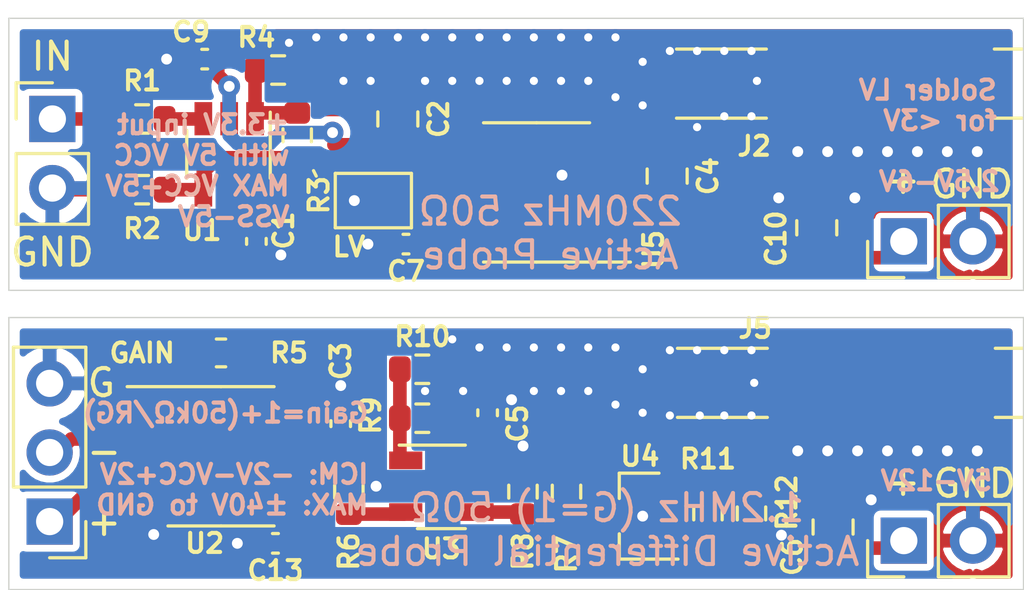
<source format=kicad_pcb>
(kicad_pcb (version 20171130) (host pcbnew "(5.1.9)-1")

  (general
    (thickness 1.6)
    (drawings 24)
    (tracks 224)
    (zones 0)
    (modules 34)
    (nets 23)
  )

  (page A4)
  (layers
    (0 F.Cu signal)
    (31 B.Cu signal)
    (32 B.Adhes user)
    (33 F.Adhes user)
    (34 B.Paste user)
    (35 F.Paste user)
    (36 B.SilkS user)
    (37 F.SilkS user)
    (38 B.Mask user)
    (39 F.Mask user)
    (40 Dwgs.User user)
    (41 Cmts.User user)
    (42 Eco1.User user)
    (43 Eco2.User user)
    (44 Edge.Cuts user)
    (45 Margin user)
    (46 B.CrtYd user)
    (47 F.CrtYd user)
    (48 B.Fab user hide)
    (49 F.Fab user hide)
  )

  (setup
    (last_trace_width 0.5)
    (user_trace_width 0.5)
    (user_trace_width 0.65)
    (user_trace_width 1)
    (trace_clearance 0.2)
    (zone_clearance 0.127)
    (zone_45_only no)
    (trace_min 0.127)
    (via_size 0.8)
    (via_drill 0.4)
    (via_min_size 0.6)
    (via_min_drill 0.3)
    (user_via 0.6 0.3)
    (uvia_size 0.3)
    (uvia_drill 0.1)
    (uvias_allowed no)
    (uvia_min_size 0.2)
    (uvia_min_drill 0.1)
    (edge_width 0.05)
    (segment_width 0.2)
    (pcb_text_width 0.3)
    (pcb_text_size 1.5 1.5)
    (mod_edge_width 0.12)
    (mod_text_size 1 1)
    (mod_text_width 0.15)
    (pad_size 1.524 1.524)
    (pad_drill 0.762)
    (pad_to_mask_clearance 0)
    (aux_axis_origin 0 0)
    (visible_elements 7FFFFFFF)
    (pcbplotparams
      (layerselection 0x010fc_ffffffff)
      (usegerberextensions false)
      (usegerberattributes true)
      (usegerberadvancedattributes true)
      (creategerberjobfile true)
      (excludeedgelayer true)
      (linewidth 0.100000)
      (plotframeref false)
      (viasonmask false)
      (mode 1)
      (useauxorigin false)
      (hpglpennumber 1)
      (hpglpenspeed 20)
      (hpglpendiameter 15.000000)
      (psnegative false)
      (psa4output false)
      (plotreference true)
      (plotvalue true)
      (plotinvisibletext false)
      (padsonsilk false)
      (subtractmaskfromsilk false)
      (outputformat 1)
      (mirror false)
      (drillshape 1)
      (scaleselection 1)
      (outputdirectory ""))
  )

  (net 0 "")
  (net 1 GND)
  (net 2 VCC)
  (net 3 "Net-(J1-Pad1)")
  (net 4 "Net-(R2-Pad1)")
  (net 5 "Net-(R3-Pad1)")
  (net 6 VSS)
  (net 7 "Net-(R5-Pad2)")
  (net 8 "Net-(R5-Pad1)")
  (net 9 "Net-(R8-Pad1)")
  (net 10 "Net-(R10-Pad2)")
  (net 11 /IN-)
  (net 12 /IN+)
  (net 13 /INA)
  (net 14 REF)
  (net 15 "Net-(R1-Pad1)")
  (net 16 "Net-(R6-Pad1)")
  (net 17 "Net-(R11-Pad2)")
  (net 18 "Net-(C4-Pad2)")
  (net 19 "Net-(C4-Pad1)")
  (net 20 "Net-(JP1-Pad1)")
  (net 21 /OUT)
  (net 22 /OUTD)

  (net_class Default "This is the default net class."
    (clearance 0.2)
    (trace_width 0.25)
    (via_dia 0.8)
    (via_drill 0.4)
    (uvia_dia 0.3)
    (uvia_drill 0.1)
    (add_net /IN+)
    (add_net /IN-)
    (add_net /INA)
    (add_net GND)
    (add_net "Net-(C4-Pad1)")
    (add_net "Net-(C4-Pad2)")
    (add_net "Net-(J1-Pad1)")
    (add_net "Net-(JP1-Pad1)")
    (add_net "Net-(R1-Pad1)")
    (add_net "Net-(R10-Pad2)")
    (add_net "Net-(R11-Pad2)")
    (add_net "Net-(R2-Pad1)")
    (add_net "Net-(R3-Pad1)")
    (add_net "Net-(R5-Pad1)")
    (add_net "Net-(R5-Pad2)")
    (add_net "Net-(R6-Pad1)")
    (add_net "Net-(R8-Pad1)")
    (add_net REF)
    (add_net VCC)
    (add_net VSS)
  )

  (net_class "50 Ohm" ""
    (clearance 0.127)
    (trace_width 0.65)
    (via_dia 0.8)
    (via_drill 0.4)
    (uvia_dia 0.3)
    (uvia_drill 0.1)
    (add_net /OUT)
    (add_net /OUTD)
  )

  (module Package_SO:SOIC-8_3.9x4.9mm_P1.27mm (layer F.Cu) (tedit 5D9F72B1) (tstamp 6067461B)
    (at 167.1 66.4 180)
    (descr "SOIC, 8 Pin (JEDEC MS-012AA, https://www.analog.com/media/en/package-pcb-resources/package/pkg_pdf/soic_narrow-r/r_8.pdf), generated with kicad-footprint-generator ipc_gullwing_generator.py")
    (tags "SOIC SO")
    (path /60683FE4)
    (attr smd)
    (fp_text reference U5 (at -4.3 -2.1 90) (layer F.SilkS)
      (effects (font (size 0.7 0.7) (thickness 0.15)))
    )
    (fp_text value ICL7660 (at 0 3.4) (layer F.Fab)
      (effects (font (size 1 1) (thickness 0.15)))
    )
    (fp_text user %R (at 0 0) (layer F.Fab)
      (effects (font (size 0.7 0.7) (thickness 0.15)))
    )
    (fp_line (start 0 2.56) (end 1.95 2.56) (layer F.SilkS) (width 0.12))
    (fp_line (start 0 2.56) (end -1.95 2.56) (layer F.SilkS) (width 0.12))
    (fp_line (start 0 -2.56) (end 1.95 -2.56) (layer F.SilkS) (width 0.12))
    (fp_line (start 0 -2.56) (end -3.45 -2.56) (layer F.SilkS) (width 0.12))
    (fp_line (start -0.975 -2.45) (end 1.95 -2.45) (layer F.Fab) (width 0.1))
    (fp_line (start 1.95 -2.45) (end 1.95 2.45) (layer F.Fab) (width 0.1))
    (fp_line (start 1.95 2.45) (end -1.95 2.45) (layer F.Fab) (width 0.1))
    (fp_line (start -1.95 2.45) (end -1.95 -1.475) (layer F.Fab) (width 0.1))
    (fp_line (start -1.95 -1.475) (end -0.975 -2.45) (layer F.Fab) (width 0.1))
    (fp_line (start -3.7 -2.7) (end -3.7 2.7) (layer F.CrtYd) (width 0.05))
    (fp_line (start -3.7 2.7) (end 3.7 2.7) (layer F.CrtYd) (width 0.05))
    (fp_line (start 3.7 2.7) (end 3.7 -2.7) (layer F.CrtYd) (width 0.05))
    (fp_line (start 3.7 -2.7) (end -3.7 -2.7) (layer F.CrtYd) (width 0.05))
    (pad 8 smd roundrect (at 2.475 -1.905 180) (size 1.95 0.6) (layers F.Cu F.Paste F.Mask) (roundrect_rratio 0.25)
      (net 2 VCC))
    (pad 7 smd roundrect (at 2.475 -0.635 180) (size 1.95 0.6) (layers F.Cu F.Paste F.Mask) (roundrect_rratio 0.25)
      (net 2 VCC))
    (pad 6 smd roundrect (at 2.475 0.635 180) (size 1.95 0.6) (layers F.Cu F.Paste F.Mask) (roundrect_rratio 0.25)
      (net 20 "Net-(JP1-Pad1)"))
    (pad 5 smd roundrect (at 2.475 1.905 180) (size 1.95 0.6) (layers F.Cu F.Paste F.Mask) (roundrect_rratio 0.25)
      (net 6 VSS))
    (pad 4 smd roundrect (at -2.475 1.905 180) (size 1.95 0.6) (layers F.Cu F.Paste F.Mask) (roundrect_rratio 0.25)
      (net 18 "Net-(C4-Pad2)"))
    (pad 3 smd roundrect (at -2.475 0.635 180) (size 1.95 0.6) (layers F.Cu F.Paste F.Mask) (roundrect_rratio 0.25)
      (net 1 GND))
    (pad 2 smd roundrect (at -2.475 -0.635 180) (size 1.95 0.6) (layers F.Cu F.Paste F.Mask) (roundrect_rratio 0.25)
      (net 19 "Net-(C4-Pad1)"))
    (pad 1 smd roundrect (at -2.475 -1.905 180) (size 1.95 0.6) (layers F.Cu F.Paste F.Mask) (roundrect_rratio 0.25))
    (model ${KISYS3DMOD}/Package_SO.3dshapes/SOIC-8_3.9x4.9mm_P1.27mm.wrl
      (at (xyz 0 0 0))
      (scale (xyz 1 1 1))
      (rotate (xyz 0 0 0))
    )
  )

  (module Jumper:SolderJumper-2_P1.3mm_Open_Pad1.0x1.5mm (layer F.Cu) (tedit 5A3EABFC) (tstamp 606743D1)
    (at 161.1 66.7 180)
    (descr "SMD Solder Jumper, 1x1.5mm Pads, 0.3mm gap, open")
    (tags "solder jumper open")
    (path /606AD10A)
    (attr virtual)
    (fp_text reference JP1 (at 0 1.6) (layer F.SilkS) hide
      (effects (font (size 0.7 0.7) (thickness 0.15)))
    )
    (fp_text value LV (at 0.9 -1.7) (layer F.SilkS)
      (effects (font (size 0.7 0.7) (thickness 0.15)))
    )
    (fp_line (start -1.4 1) (end -1.4 -1) (layer F.SilkS) (width 0.12))
    (fp_line (start 1.4 1) (end -1.4 1) (layer F.SilkS) (width 0.12))
    (fp_line (start 1.4 -1) (end 1.4 1) (layer F.SilkS) (width 0.12))
    (fp_line (start -1.4 -1) (end 1.4 -1) (layer F.SilkS) (width 0.12))
    (fp_line (start -1.65 -1.25) (end 1.65 -1.25) (layer F.CrtYd) (width 0.05))
    (fp_line (start -1.65 -1.25) (end -1.65 1.25) (layer F.CrtYd) (width 0.05))
    (fp_line (start 1.65 1.25) (end 1.65 -1.25) (layer F.CrtYd) (width 0.05))
    (fp_line (start 1.65 1.25) (end -1.65 1.25) (layer F.CrtYd) (width 0.05))
    (pad 1 smd rect (at -0.65 0 180) (size 1 1.5) (layers F.Cu F.Mask)
      (net 20 "Net-(JP1-Pad1)"))
    (pad 2 smd rect (at 0.65 0 180) (size 1 1.5) (layers F.Cu F.Mask)
      (net 1 GND))
  )

  (module Connector_PinHeader_2.54mm:PinHeader_1x02_P2.54mm_Vertical (layer F.Cu) (tedit 59FED5CC) (tstamp 60652473)
    (at 180.6 68.2 90)
    (descr "Through hole straight pin header, 1x02, 2.54mm pitch, single row")
    (tags "Through hole pin header THT 1x02 2.54mm single row")
    (path /6066DDD8)
    (fp_text reference J3 (at 1.8 0 180) (layer F.SilkS) hide
      (effects (font (size 0.7 0.7) (thickness 0.15)))
    )
    (fp_text value Conn_01x02 (at 0 4.87 90) (layer F.Fab)
      (effects (font (size 1 1) (thickness 0.15)))
    )
    (fp_text user %R (at 0 1.27) (layer F.Fab)
      (effects (font (size 0.7 0.7) (thickness 0.15)))
    )
    (fp_line (start -0.635 -1.27) (end 1.27 -1.27) (layer F.Fab) (width 0.1))
    (fp_line (start 1.27 -1.27) (end 1.27 3.81) (layer F.Fab) (width 0.1))
    (fp_line (start 1.27 3.81) (end -1.27 3.81) (layer F.Fab) (width 0.1))
    (fp_line (start -1.27 3.81) (end -1.27 -0.635) (layer F.Fab) (width 0.1))
    (fp_line (start -1.27 -0.635) (end -0.635 -1.27) (layer F.Fab) (width 0.1))
    (fp_line (start -1.33 3.87) (end 1.33 3.87) (layer F.SilkS) (width 0.12))
    (fp_line (start -1.33 1.27) (end -1.33 3.87) (layer F.SilkS) (width 0.12))
    (fp_line (start 1.33 1.27) (end 1.33 3.87) (layer F.SilkS) (width 0.12))
    (fp_line (start -1.33 1.27) (end 1.33 1.27) (layer F.SilkS) (width 0.12))
    (fp_line (start -1.33 0) (end -1.33 -1.33) (layer F.SilkS) (width 0.12))
    (fp_line (start -1.33 -1.33) (end 0 -1.33) (layer F.SilkS) (width 0.12))
    (fp_line (start -1.8 -1.8) (end -1.8 4.35) (layer F.CrtYd) (width 0.05))
    (fp_line (start -1.8 4.35) (end 1.8 4.35) (layer F.CrtYd) (width 0.05))
    (fp_line (start 1.8 4.35) (end 1.8 -1.8) (layer F.CrtYd) (width 0.05))
    (fp_line (start 1.8 -1.8) (end -1.8 -1.8) (layer F.CrtYd) (width 0.05))
    (fp_text user + (at 2.2 -0.1 90) (layer F.SilkS)
      (effects (font (size 1 1) (thickness 0.15)))
    )
    (fp_text user GND (at 2.1 2.5 180) (layer F.SilkS)
      (effects (font (size 1 1) (thickness 0.15)))
    )
    (pad 2 thru_hole oval (at 0 2.54 90) (size 1.7 1.7) (drill 1) (layers *.Cu *.Mask)
      (net 1 GND))
    (pad 1 thru_hole rect (at 0 0 90) (size 1.7 1.7) (drill 1) (layers *.Cu *.Mask)
      (net 2 VCC))
    (model ${KISYS3DMOD}/Connector_PinHeader_2.54mm.3dshapes/PinHeader_1x02_P2.54mm_Vertical.wrl
      (at (xyz 0 0 0))
      (scale (xyz 1 1 1))
      (rotate (xyz 0 0 0))
    )
  )

  (module Capacitor_SMD:C_0805_2012Metric (layer F.Cu) (tedit 5F68FEEE) (tstamp 6064B826)
    (at 177.4 67.7 270)
    (descr "Capacitor SMD 0805 (2012 Metric), square (rectangular) end terminal, IPC_7351 nominal, (Body size source: IPC-SM-782 page 76, https://www.pcb-3d.com/wordpress/wp-content/uploads/ipc-sm-782a_amendment_1_and_2.pdf, https://docs.google.com/spreadsheets/d/1BsfQQcO9C6DZCsRaXUlFlo91Tg2WpOkGARC1WS5S8t0/edit?usp=sharing), generated with kicad-footprint-generator")
    (tags capacitor)
    (path /6066DDC8)
    (attr smd)
    (fp_text reference C10 (at 0.4 1.5 90) (layer F.SilkS)
      (effects (font (size 0.7 0.7) (thickness 0.15)))
    )
    (fp_text value 10uF (at 0 1.68 90) (layer F.Fab)
      (effects (font (size 1 1) (thickness 0.15)))
    )
    (fp_text user %R (at 0 0 90) (layer F.Fab)
      (effects (font (size 0.7 0.7) (thickness 0.08)))
    )
    (fp_line (start -1 0.625) (end -1 -0.625) (layer F.Fab) (width 0.1))
    (fp_line (start -1 -0.625) (end 1 -0.625) (layer F.Fab) (width 0.1))
    (fp_line (start 1 -0.625) (end 1 0.625) (layer F.Fab) (width 0.1))
    (fp_line (start 1 0.625) (end -1 0.625) (layer F.Fab) (width 0.1))
    (fp_line (start -0.261252 -0.735) (end 0.261252 -0.735) (layer F.SilkS) (width 0.12))
    (fp_line (start -0.261252 0.735) (end 0.261252 0.735) (layer F.SilkS) (width 0.12))
    (fp_line (start -1.7 0.98) (end -1.7 -0.98) (layer F.CrtYd) (width 0.05))
    (fp_line (start -1.7 -0.98) (end 1.7 -0.98) (layer F.CrtYd) (width 0.05))
    (fp_line (start 1.7 -0.98) (end 1.7 0.98) (layer F.CrtYd) (width 0.05))
    (fp_line (start 1.7 0.98) (end -1.7 0.98) (layer F.CrtYd) (width 0.05))
    (pad 2 smd roundrect (at 0.95 0 270) (size 1 1.45) (layers F.Cu F.Paste F.Mask) (roundrect_rratio 0.25)
      (net 2 VCC))
    (pad 1 smd roundrect (at -0.95 0 270) (size 1 1.45) (layers F.Cu F.Paste F.Mask) (roundrect_rratio 0.25)
      (net 1 GND))
    (model ${KISYS3DMOD}/Capacitor_SMD.3dshapes/C_0805_2012Metric.wrl
      (at (xyz 0 0 0))
      (scale (xyz 1 1 1))
      (rotate (xyz 0 0 0))
    )
  )

  (module Capacitor_SMD:C_0402_1005Metric (layer F.Cu) (tedit 5F68FEEE) (tstamp 6067429C)
    (at 162.3 68.3 180)
    (descr "Capacitor SMD 0402 (1005 Metric), square (rectangular) end terminal, IPC_7351 nominal, (Body size source: IPC-SM-782 page 76, https://www.pcb-3d.com/wordpress/wp-content/uploads/ipc-sm-782a_amendment_1_and_2.pdf), generated with kicad-footprint-generator")
    (tags capacitor)
    (path /606B878E)
    (attr smd)
    (fp_text reference C7 (at 0 -1) (layer F.SilkS)
      (effects (font (size 0.7 0.7) (thickness 0.15)))
    )
    (fp_text value 100nF (at 0 1.16) (layer F.Fab)
      (effects (font (size 1 1) (thickness 0.15)))
    )
    (fp_text user %R (at 0 0) (layer F.Fab)
      (effects (font (size 0.7 0.7) (thickness 0.04)))
    )
    (fp_line (start -0.5 0.25) (end -0.5 -0.25) (layer F.Fab) (width 0.1))
    (fp_line (start -0.5 -0.25) (end 0.5 -0.25) (layer F.Fab) (width 0.1))
    (fp_line (start 0.5 -0.25) (end 0.5 0.25) (layer F.Fab) (width 0.1))
    (fp_line (start 0.5 0.25) (end -0.5 0.25) (layer F.Fab) (width 0.1))
    (fp_line (start -0.107836 -0.36) (end 0.107836 -0.36) (layer F.SilkS) (width 0.12))
    (fp_line (start -0.107836 0.36) (end 0.107836 0.36) (layer F.SilkS) (width 0.12))
    (fp_line (start -0.91 0.46) (end -0.91 -0.46) (layer F.CrtYd) (width 0.05))
    (fp_line (start -0.91 -0.46) (end 0.91 -0.46) (layer F.CrtYd) (width 0.05))
    (fp_line (start 0.91 -0.46) (end 0.91 0.46) (layer F.CrtYd) (width 0.05))
    (fp_line (start 0.91 0.46) (end -0.91 0.46) (layer F.CrtYd) (width 0.05))
    (pad 2 smd roundrect (at 0.48 0 180) (size 0.56 0.62) (layers F.Cu F.Paste F.Mask) (roundrect_rratio 0.25)
      (net 1 GND))
    (pad 1 smd roundrect (at -0.48 0 180) (size 0.56 0.62) (layers F.Cu F.Paste F.Mask) (roundrect_rratio 0.25)
      (net 2 VCC))
    (model ${KISYS3DMOD}/Capacitor_SMD.3dshapes/C_0402_1005Metric.wrl
      (at (xyz 0 0 0))
      (scale (xyz 1 1 1))
      (rotate (xyz 0 0 0))
    )
  )

  (module Capacitor_SMD:C_0805_2012Metric (layer F.Cu) (tedit 5F68FEEE) (tstamp 60644249)
    (at 178 78.7 270)
    (descr "Capacitor SMD 0805 (2012 Metric), square (rectangular) end terminal, IPC_7351 nominal, (Body size source: IPC-SM-782 page 76, https://www.pcb-3d.com/wordpress/wp-content/uploads/ipc-sm-782a_amendment_1_and_2.pdf, https://docs.google.com/spreadsheets/d/1BsfQQcO9C6DZCsRaXUlFlo91Tg2WpOkGARC1WS5S8t0/edit?usp=sharing), generated with kicad-footprint-generator")
    (tags capacitor)
    (path /606D1E65)
    (attr smd)
    (fp_text reference C6 (at 1.1 1.5 90) (layer F.SilkS)
      (effects (font (size 0.7 0.7) (thickness 0.15)))
    )
    (fp_text value 10uF (at 0 1.68 90) (layer F.Fab)
      (effects (font (size 1 1) (thickness 0.15)))
    )
    (fp_text user %R (at 0 0 90) (layer F.Fab)
      (effects (font (size 0.7 0.7) (thickness 0.08)))
    )
    (fp_line (start -1 0.625) (end -1 -0.625) (layer F.Fab) (width 0.1))
    (fp_line (start -1 -0.625) (end 1 -0.625) (layer F.Fab) (width 0.1))
    (fp_line (start 1 -0.625) (end 1 0.625) (layer F.Fab) (width 0.1))
    (fp_line (start 1 0.625) (end -1 0.625) (layer F.Fab) (width 0.1))
    (fp_line (start -0.261252 -0.735) (end 0.261252 -0.735) (layer F.SilkS) (width 0.12))
    (fp_line (start -0.261252 0.735) (end 0.261252 0.735) (layer F.SilkS) (width 0.12))
    (fp_line (start -1.7 0.98) (end -1.7 -0.98) (layer F.CrtYd) (width 0.05))
    (fp_line (start -1.7 -0.98) (end 1.7 -0.98) (layer F.CrtYd) (width 0.05))
    (fp_line (start 1.7 -0.98) (end 1.7 0.98) (layer F.CrtYd) (width 0.05))
    (fp_line (start 1.7 0.98) (end -1.7 0.98) (layer F.CrtYd) (width 0.05))
    (pad 2 smd roundrect (at 0.95 0 270) (size 1 1.45) (layers F.Cu F.Paste F.Mask) (roundrect_rratio 0.25)
      (net 2 VCC))
    (pad 1 smd roundrect (at -0.95 0 270) (size 1 1.45) (layers F.Cu F.Paste F.Mask) (roundrect_rratio 0.25)
      (net 1 GND))
    (model ${KISYS3DMOD}/Capacitor_SMD.3dshapes/C_0805_2012Metric.wrl
      (at (xyz 0 0 0))
      (scale (xyz 1 1 1))
      (rotate (xyz 0 0 0))
    )
  )

  (module Capacitor_SMD:C_0805_2012Metric (layer F.Cu) (tedit 5F68FEEE) (tstamp 6067425B)
    (at 171.9 65.8 90)
    (descr "Capacitor SMD 0805 (2012 Metric), square (rectangular) end terminal, IPC_7351 nominal, (Body size source: IPC-SM-782 page 76, https://www.pcb-3d.com/wordpress/wp-content/uploads/ipc-sm-782a_amendment_1_and_2.pdf, https://docs.google.com/spreadsheets/d/1BsfQQcO9C6DZCsRaXUlFlo91Tg2WpOkGARC1WS5S8t0/edit?usp=sharing), generated with kicad-footprint-generator")
    (tags capacitor)
    (path /606C1995)
    (attr smd)
    (fp_text reference C4 (at 0 1.5 90) (layer F.SilkS)
      (effects (font (size 0.7 0.7) (thickness 0.15)))
    )
    (fp_text value 10uF (at 0 1.68 90) (layer F.Fab)
      (effects (font (size 1 1) (thickness 0.15)))
    )
    (fp_text user %R (at 0 0 90) (layer F.Fab)
      (effects (font (size 0.7 0.7) (thickness 0.08)))
    )
    (fp_line (start -1 0.625) (end -1 -0.625) (layer F.Fab) (width 0.1))
    (fp_line (start -1 -0.625) (end 1 -0.625) (layer F.Fab) (width 0.1))
    (fp_line (start 1 -0.625) (end 1 0.625) (layer F.Fab) (width 0.1))
    (fp_line (start 1 0.625) (end -1 0.625) (layer F.Fab) (width 0.1))
    (fp_line (start -0.261252 -0.735) (end 0.261252 -0.735) (layer F.SilkS) (width 0.12))
    (fp_line (start -0.261252 0.735) (end 0.261252 0.735) (layer F.SilkS) (width 0.12))
    (fp_line (start -1.7 0.98) (end -1.7 -0.98) (layer F.CrtYd) (width 0.05))
    (fp_line (start -1.7 -0.98) (end 1.7 -0.98) (layer F.CrtYd) (width 0.05))
    (fp_line (start 1.7 -0.98) (end 1.7 0.98) (layer F.CrtYd) (width 0.05))
    (fp_line (start 1.7 0.98) (end -1.7 0.98) (layer F.CrtYd) (width 0.05))
    (pad 2 smd roundrect (at 0.95 0 90) (size 1 1.45) (layers F.Cu F.Paste F.Mask) (roundrect_rratio 0.25)
      (net 18 "Net-(C4-Pad2)"))
    (pad 1 smd roundrect (at -0.95 0 90) (size 1 1.45) (layers F.Cu F.Paste F.Mask) (roundrect_rratio 0.25)
      (net 19 "Net-(C4-Pad1)"))
    (model ${KISYS3DMOD}/Capacitor_SMD.3dshapes/C_0805_2012Metric.wrl
      (at (xyz 0 0 0))
      (scale (xyz 1 1 1))
      (rotate (xyz 0 0 0))
    )
  )

  (module Capacitor_SMD:C_0805_2012Metric (layer F.Cu) (tedit 5F68FEEE) (tstamp 60675904)
    (at 162 63.7 270)
    (descr "Capacitor SMD 0805 (2012 Metric), square (rectangular) end terminal, IPC_7351 nominal, (Body size source: IPC-SM-782 page 76, https://www.pcb-3d.com/wordpress/wp-content/uploads/ipc-sm-782a_amendment_1_and_2.pdf, https://docs.google.com/spreadsheets/d/1BsfQQcO9C6DZCsRaXUlFlo91Tg2WpOkGARC1WS5S8t0/edit?usp=sharing), generated with kicad-footprint-generator")
    (tags capacitor)
    (path /606CF8A7)
    (attr smd)
    (fp_text reference C2 (at 0 -1.5 270) (layer F.SilkS)
      (effects (font (size 0.7 0.7) (thickness 0.15)))
    )
    (fp_text value 10uF (at 0 1.68 90) (layer F.Fab)
      (effects (font (size 1 1) (thickness 0.15)))
    )
    (fp_text user %R (at 0 0 90) (layer F.Fab)
      (effects (font (size 0.7 0.7) (thickness 0.08)))
    )
    (fp_line (start -1 0.625) (end -1 -0.625) (layer F.Fab) (width 0.1))
    (fp_line (start -1 -0.625) (end 1 -0.625) (layer F.Fab) (width 0.1))
    (fp_line (start 1 -0.625) (end 1 0.625) (layer F.Fab) (width 0.1))
    (fp_line (start 1 0.625) (end -1 0.625) (layer F.Fab) (width 0.1))
    (fp_line (start -0.261252 -0.735) (end 0.261252 -0.735) (layer F.SilkS) (width 0.12))
    (fp_line (start -0.261252 0.735) (end 0.261252 0.735) (layer F.SilkS) (width 0.12))
    (fp_line (start -1.7 0.98) (end -1.7 -0.98) (layer F.CrtYd) (width 0.05))
    (fp_line (start -1.7 -0.98) (end 1.7 -0.98) (layer F.CrtYd) (width 0.05))
    (fp_line (start 1.7 -0.98) (end 1.7 0.98) (layer F.CrtYd) (width 0.05))
    (fp_line (start 1.7 0.98) (end -1.7 0.98) (layer F.CrtYd) (width 0.05))
    (pad 2 smd roundrect (at 0.95 0 270) (size 1 1.45) (layers F.Cu F.Paste F.Mask) (roundrect_rratio 0.25)
      (net 6 VSS))
    (pad 1 smd roundrect (at -0.95 0 270) (size 1 1.45) (layers F.Cu F.Paste F.Mask) (roundrect_rratio 0.25)
      (net 1 GND))
    (model ${KISYS3DMOD}/Capacitor_SMD.3dshapes/C_0805_2012Metric.wrl
      (at (xyz 0 0 0))
      (scale (xyz 1 1 1))
      (rotate (xyz 0 0 0))
    )
  )

  (module Package_TO_SOT_SMD:TSOT-23-6 (layer F.Cu) (tedit 5A02FF57) (tstamp 60654D58)
    (at 155.8 65 270)
    (descr "6-pin TSOT23 package, http://cds.linear.com/docs/en/packaging/SOT_6_05-08-1636.pdf")
    (tags "TSOT-23-6 MK06A TSOT-6")
    (path /6082C507)
    (attr smd)
    (fp_text reference U1 (at 2.8 1 180) (layer F.SilkS)
      (effects (font (size 0.7 0.7) (thickness 0.15)))
    )
    (fp_text value OPA690 (at 0 2.5 90) (layer F.Fab)
      (effects (font (size 1 1) (thickness 0.15)))
    )
    (fp_line (start 2.17 1.7) (end -2.17 1.7) (layer F.CrtYd) (width 0.05))
    (fp_line (start 2.17 1.7) (end 2.17 -1.7) (layer F.CrtYd) (width 0.05))
    (fp_line (start -2.17 -1.7) (end -2.17 1.7) (layer F.CrtYd) (width 0.05))
    (fp_line (start -2.17 -1.7) (end 2.17 -1.7) (layer F.CrtYd) (width 0.05))
    (fp_line (start 0.88 -1.45) (end 0.88 1.45) (layer F.Fab) (width 0.1))
    (fp_line (start 0.88 1.45) (end -0.88 1.45) (layer F.Fab) (width 0.1))
    (fp_line (start -0.88 -1) (end -0.88 1.45) (layer F.Fab) (width 0.1))
    (fp_line (start 0.88 -1.45) (end -0.43 -1.45) (layer F.Fab) (width 0.1))
    (fp_line (start -0.88 -1) (end -0.43 -1.45) (layer F.Fab) (width 0.1))
    (fp_line (start 0.88 -1.51) (end -1.55 -1.51) (layer F.SilkS) (width 0.12))
    (fp_line (start -0.88 1.56) (end 0.88 1.56) (layer F.SilkS) (width 0.12))
    (fp_text user %R (at 0 0) (layer F.Fab)
      (effects (font (size 0.7 0.7) (thickness 0.075)))
    )
    (pad 6 smd rect (at 1.31 -0.95 270) (size 1.22 0.65) (layers F.Cu F.Paste F.Mask)
      (net 2 VCC))
    (pad 5 smd rect (at 1.31 0 270) (size 1.22 0.65) (layers F.Cu F.Paste F.Mask))
    (pad 4 smd rect (at 1.31 0.95 270) (size 1.22 0.65) (layers F.Cu F.Paste F.Mask)
      (net 4 "Net-(R2-Pad1)"))
    (pad 3 smd rect (at -1.31 0.95 270) (size 1.22 0.65) (layers F.Cu F.Paste F.Mask)
      (net 15 "Net-(R1-Pad1)"))
    (pad 2 smd rect (at -1.31 0 270) (size 1.22 0.65) (layers F.Cu F.Paste F.Mask)
      (net 6 VSS))
    (pad 1 smd rect (at -1.31 -0.95 270) (size 1.22 0.65) (layers F.Cu F.Paste F.Mask)
      (net 5 "Net-(R3-Pad1)"))
    (model ${KISYS3DMOD}/Package_TO_SOT_SMD.3dshapes/TSOT-23-6.wrl
      (at (xyz 0 0 0))
      (scale (xyz 1 1 1))
      (rotate (xyz 0 0 0))
    )
  )

  (module Package_TO_SOT_SMD:TSOT-23-6 (layer F.Cu) (tedit 5A02FF57) (tstamp 6065C3F3)
    (at 163.6 77.2)
    (descr "6-pin TSOT23 package, http://cds.linear.com/docs/en/packaging/SOT_6_05-08-1636.pdf")
    (tags "TSOT-23-6 MK06A TSOT-6")
    (path /6082FE86)
    (attr smd)
    (fp_text reference U3 (at 0 2.3) (layer F.SilkS)
      (effects (font (size 0.7 0.7) (thickness 0.15)))
    )
    (fp_text value OPA690 (at 0 2.5) (layer F.Fab)
      (effects (font (size 1 1) (thickness 0.15)))
    )
    (fp_line (start 2.17 1.7) (end -2.17 1.7) (layer F.CrtYd) (width 0.05))
    (fp_line (start 2.17 1.7) (end 2.17 -1.7) (layer F.CrtYd) (width 0.05))
    (fp_line (start -2.17 -1.7) (end -2.17 1.7) (layer F.CrtYd) (width 0.05))
    (fp_line (start -2.17 -1.7) (end 2.17 -1.7) (layer F.CrtYd) (width 0.05))
    (fp_line (start 0.88 -1.45) (end 0.88 1.45) (layer F.Fab) (width 0.1))
    (fp_line (start 0.88 1.45) (end -0.88 1.45) (layer F.Fab) (width 0.1))
    (fp_line (start -0.88 -1) (end -0.88 1.45) (layer F.Fab) (width 0.1))
    (fp_line (start 0.88 -1.45) (end -0.43 -1.45) (layer F.Fab) (width 0.1))
    (fp_line (start -0.88 -1) (end -0.43 -1.45) (layer F.Fab) (width 0.1))
    (fp_line (start 0.88 -1.51) (end -1.55 -1.51) (layer F.SilkS) (width 0.12))
    (fp_line (start -0.88 1.56) (end 0.88 1.56) (layer F.SilkS) (width 0.12))
    (fp_text user %R (at 0 0 90) (layer F.Fab)
      (effects (font (size 0.7 0.7) (thickness 0.075)))
    )
    (pad 6 smd rect (at 1.31 -0.95) (size 1.22 0.65) (layers F.Cu F.Paste F.Mask)
      (net 2 VCC))
    (pad 5 smd rect (at 1.31 0) (size 1.22 0.65) (layers F.Cu F.Paste F.Mask))
    (pad 4 smd rect (at 1.31 0.95) (size 1.22 0.65) (layers F.Cu F.Paste F.Mask)
      (net 9 "Net-(R8-Pad1)"))
    (pad 3 smd rect (at -1.31 0.95) (size 1.22 0.65) (layers F.Cu F.Paste F.Mask)
      (net 16 "Net-(R6-Pad1)"))
    (pad 2 smd rect (at -1.31 0) (size 1.22 0.65) (layers F.Cu F.Paste F.Mask)
      (net 1 GND))
    (pad 1 smd rect (at -1.31 -0.95) (size 1.22 0.65) (layers F.Cu F.Paste F.Mask)
      (net 10 "Net-(R10-Pad2)"))
    (model ${KISYS3DMOD}/Package_TO_SOT_SMD.3dshapes/TSOT-23-6.wrl
      (at (xyz 0 0 0))
      (scale (xyz 1 1 1))
      (rotate (xyz 0 0 0))
    )
  )

  (module Resistor_SMD:R_0603_1608Metric (layer F.Cu) (tedit 5F68FEEE) (tstamp 60651EC9)
    (at 175 78.2 270)
    (descr "Resistor SMD 0603 (1608 Metric), square (rectangular) end terminal, IPC_7351 nominal, (Body size source: IPC-SM-782 page 72, https://www.pcb-3d.com/wordpress/wp-content/uploads/ipc-sm-782a_amendment_1_and_2.pdf), generated with kicad-footprint-generator")
    (tags resistor)
    (path /607199FD)
    (attr smd)
    (fp_text reference R12 (at -0.4 -1.3 90) (layer F.SilkS)
      (effects (font (size 0.7 0.7) (thickness 0.15)))
    )
    (fp_text value - (at 0 1.43 90) (layer F.Fab)
      (effects (font (size 1 1) (thickness 0.15)))
    )
    (fp_line (start 1.48 0.73) (end -1.48 0.73) (layer F.CrtYd) (width 0.05))
    (fp_line (start 1.48 -0.73) (end 1.48 0.73) (layer F.CrtYd) (width 0.05))
    (fp_line (start -1.48 -0.73) (end 1.48 -0.73) (layer F.CrtYd) (width 0.05))
    (fp_line (start -1.48 0.73) (end -1.48 -0.73) (layer F.CrtYd) (width 0.05))
    (fp_line (start -0.237258 0.5225) (end 0.237258 0.5225) (layer F.SilkS) (width 0.12))
    (fp_line (start -0.237258 -0.5225) (end 0.237258 -0.5225) (layer F.SilkS) (width 0.12))
    (fp_line (start 0.8 0.4125) (end -0.8 0.4125) (layer F.Fab) (width 0.1))
    (fp_line (start 0.8 -0.4125) (end 0.8 0.4125) (layer F.Fab) (width 0.1))
    (fp_line (start -0.8 -0.4125) (end 0.8 -0.4125) (layer F.Fab) (width 0.1))
    (fp_line (start -0.8 0.4125) (end -0.8 -0.4125) (layer F.Fab) (width 0.1))
    (fp_text user %R (at 0 0 90) (layer F.Fab)
      (effects (font (size 0.7 0.7) (thickness 0.06)))
    )
    (pad 2 smd roundrect (at 0.825 0 270) (size 0.8 0.95) (layers F.Cu F.Paste F.Mask) (roundrect_rratio 0.25)
      (net 1 GND))
    (pad 1 smd roundrect (at -0.825 0 270) (size 0.8 0.95) (layers F.Cu F.Paste F.Mask) (roundrect_rratio 0.25)
      (net 17 "Net-(R11-Pad2)"))
    (model ${KISYS3DMOD}/Resistor_SMD.3dshapes/R_0603_1608Metric.wrl
      (at (xyz 0 0 0))
      (scale (xyz 1 1 1))
      (rotate (xyz 0 0 0))
    )
  )

  (module Resistor_SMD:R_0603_1608Metric (layer F.Cu) (tedit 5F68FEEE) (tstamp 60651EB8)
    (at 173.4 78.2 270)
    (descr "Resistor SMD 0603 (1608 Metric), square (rectangular) end terminal, IPC_7351 nominal, (Body size source: IPC-SM-782 page 72, https://www.pcb-3d.com/wordpress/wp-content/uploads/ipc-sm-782a_amendment_1_and_2.pdf), generated with kicad-footprint-generator")
    (tags resistor)
    (path /606C2C1E)
    (attr smd)
    (fp_text reference R11 (at -2 0 180) (layer F.SilkS)
      (effects (font (size 0.7 0.7) (thickness 0.15)))
    )
    (fp_text value 0 (at 0 1.43 90) (layer F.Fab)
      (effects (font (size 1 1) (thickness 0.15)))
    )
    (fp_line (start 1.48 0.73) (end -1.48 0.73) (layer F.CrtYd) (width 0.05))
    (fp_line (start 1.48 -0.73) (end 1.48 0.73) (layer F.CrtYd) (width 0.05))
    (fp_line (start -1.48 -0.73) (end 1.48 -0.73) (layer F.CrtYd) (width 0.05))
    (fp_line (start -1.48 0.73) (end -1.48 -0.73) (layer F.CrtYd) (width 0.05))
    (fp_line (start -0.237258 0.5225) (end 0.237258 0.5225) (layer F.SilkS) (width 0.12))
    (fp_line (start -0.237258 -0.5225) (end 0.237258 -0.5225) (layer F.SilkS) (width 0.12))
    (fp_line (start 0.8 0.4125) (end -0.8 0.4125) (layer F.Fab) (width 0.1))
    (fp_line (start 0.8 -0.4125) (end 0.8 0.4125) (layer F.Fab) (width 0.1))
    (fp_line (start -0.8 -0.4125) (end 0.8 -0.4125) (layer F.Fab) (width 0.1))
    (fp_line (start -0.8 0.4125) (end -0.8 -0.4125) (layer F.Fab) (width 0.1))
    (fp_text user %R (at 0 0 90) (layer F.Fab)
      (effects (font (size 0.7 0.7) (thickness 0.06)))
    )
    (pad 2 smd roundrect (at 0.825 0 270) (size 0.8 0.95) (layers F.Cu F.Paste F.Mask) (roundrect_rratio 0.25)
      (net 17 "Net-(R11-Pad2)"))
    (pad 1 smd roundrect (at -0.825 0 270) (size 0.8 0.95) (layers F.Cu F.Paste F.Mask) (roundrect_rratio 0.25)
      (net 14 REF))
    (model ${KISYS3DMOD}/Resistor_SMD.3dshapes/R_0603_1608Metric.wrl
      (at (xyz 0 0 0))
      (scale (xyz 1 1 1))
      (rotate (xyz 0 0 0))
    )
  )

  (module Resistor_SMD:R_0603_1608Metric (layer F.Cu) (tedit 5F68FEEE) (tstamp 606603B2)
    (at 168.2 77.4 270)
    (descr "Resistor SMD 0603 (1608 Metric), square (rectangular) end terminal, IPC_7351 nominal, (Body size source: IPC-SM-782 page 72, https://www.pcb-3d.com/wordpress/wp-content/uploads/ipc-sm-782a_amendment_1_and_2.pdf), generated with kicad-footprint-generator")
    (tags resistor)
    (path /606C308E)
    (attr smd)
    (fp_text reference R7 (at 2.3 0 270) (layer F.SilkS)
      (effects (font (size 0.7 0.7) (thickness 0.15)))
    )
    (fp_text value 175 (at 0 1.43 90) (layer F.Fab)
      (effects (font (size 1 1) (thickness 0.15)))
    )
    (fp_line (start 1.48 0.73) (end -1.48 0.73) (layer F.CrtYd) (width 0.05))
    (fp_line (start 1.48 -0.73) (end 1.48 0.73) (layer F.CrtYd) (width 0.05))
    (fp_line (start -1.48 -0.73) (end 1.48 -0.73) (layer F.CrtYd) (width 0.05))
    (fp_line (start -1.48 0.73) (end -1.48 -0.73) (layer F.CrtYd) (width 0.05))
    (fp_line (start -0.237258 0.5225) (end 0.237258 0.5225) (layer F.SilkS) (width 0.12))
    (fp_line (start -0.237258 -0.5225) (end 0.237258 -0.5225) (layer F.SilkS) (width 0.12))
    (fp_line (start 0.8 0.4125) (end -0.8 0.4125) (layer F.Fab) (width 0.1))
    (fp_line (start 0.8 -0.4125) (end 0.8 0.4125) (layer F.Fab) (width 0.1))
    (fp_line (start -0.8 -0.4125) (end 0.8 -0.4125) (layer F.Fab) (width 0.1))
    (fp_line (start -0.8 0.4125) (end -0.8 -0.4125) (layer F.Fab) (width 0.1))
    (fp_text user %R (at 0 0 90) (layer F.Fab)
      (effects (font (size 0.7 0.7) (thickness 0.06)))
    )
    (pad 2 smd roundrect (at 0.825 0 270) (size 0.8 0.95) (layers F.Cu F.Paste F.Mask) (roundrect_rratio 0.25)
      (net 14 REF))
    (pad 1 smd roundrect (at -0.825 0 270) (size 0.8 0.95) (layers F.Cu F.Paste F.Mask) (roundrect_rratio 0.25)
      (net 2 VCC))
    (model ${KISYS3DMOD}/Resistor_SMD.3dshapes/R_0603_1608Metric.wrl
      (at (xyz 0 0 0))
      (scale (xyz 1 1 1))
      (rotate (xyz 0 0 0))
    )
  )

  (module Package_TO_SOT_SMD:SOT-23 (layer F.Cu) (tedit 5A02FF57) (tstamp 6064BA28)
    (at 170.9 78.3 180)
    (descr "SOT-23, Standard")
    (tags SOT-23)
    (path /606846CD)
    (attr smd)
    (fp_text reference U4 (at 0 2.2 180) (layer F.SilkS)
      (effects (font (size 0.7 0.7) (thickness 0.15)))
    )
    (fp_text value CJ431 (at 0 2.5) (layer F.Fab)
      (effects (font (size 1 1) (thickness 0.15)))
    )
    (fp_line (start 0.76 1.58) (end -0.7 1.58) (layer F.SilkS) (width 0.12))
    (fp_line (start 0.76 -1.58) (end -1.4 -1.58) (layer F.SilkS) (width 0.12))
    (fp_line (start -1.7 1.75) (end -1.7 -1.75) (layer F.CrtYd) (width 0.05))
    (fp_line (start 1.7 1.75) (end -1.7 1.75) (layer F.CrtYd) (width 0.05))
    (fp_line (start 1.7 -1.75) (end 1.7 1.75) (layer F.CrtYd) (width 0.05))
    (fp_line (start -1.7 -1.75) (end 1.7 -1.75) (layer F.CrtYd) (width 0.05))
    (fp_line (start 0.76 -1.58) (end 0.76 -0.65) (layer F.SilkS) (width 0.12))
    (fp_line (start 0.76 1.58) (end 0.76 0.65) (layer F.SilkS) (width 0.12))
    (fp_line (start -0.7 1.52) (end 0.7 1.52) (layer F.Fab) (width 0.1))
    (fp_line (start 0.7 -1.52) (end 0.7 1.52) (layer F.Fab) (width 0.1))
    (fp_line (start -0.7 -0.95) (end -0.15 -1.52) (layer F.Fab) (width 0.1))
    (fp_line (start -0.15 -1.52) (end 0.7 -1.52) (layer F.Fab) (width 0.1))
    (fp_line (start -0.7 -0.95) (end -0.7 1.5) (layer F.Fab) (width 0.1))
    (fp_text user %R (at 0 0 90) (layer F.Fab)
      (effects (font (size 0.7 0.7) (thickness 0.075)))
    )
    (pad 3 smd rect (at 1 0 180) (size 0.9 0.8) (layers F.Cu F.Paste F.Mask)
      (net 1 GND))
    (pad 2 smd rect (at -1 0.95 180) (size 0.9 0.8) (layers F.Cu F.Paste F.Mask)
      (net 14 REF))
    (pad 1 smd rect (at -1 -0.95 180) (size 0.9 0.8) (layers F.Cu F.Paste F.Mask)
      (net 17 "Net-(R11-Pad2)"))
    (model ${KISYS3DMOD}/Package_TO_SOT_SMD.3dshapes/SOT-23.wrl
      (at (xyz 0 0 0))
      (scale (xyz 1 1 1))
      (rotate (xyz 0 0 0))
    )
  )

  (module Resistor_SMD:R_0603_1608Metric (layer F.Cu) (tedit 5F68FEEE) (tstamp 6065CA09)
    (at 160.2 77.4 90)
    (descr "Resistor SMD 0603 (1608 Metric), square (rectangular) end terminal, IPC_7351 nominal, (Body size source: IPC-SM-782 page 72, https://www.pcb-3d.com/wordpress/wp-content/uploads/ipc-sm-782a_amendment_1_and_2.pdf), generated with kicad-footprint-generator")
    (tags resistor)
    (path /60675F31)
    (attr smd)
    (fp_text reference R6 (at -2.2 0 90) (layer F.SilkS)
      (effects (font (size 0.7 0.7) (thickness 0.15)))
    )
    (fp_text value 175 (at 0 1.43 90) (layer F.Fab)
      (effects (font (size 1 1) (thickness 0.15)))
    )
    (fp_line (start 1.48 0.73) (end -1.48 0.73) (layer F.CrtYd) (width 0.05))
    (fp_line (start 1.48 -0.73) (end 1.48 0.73) (layer F.CrtYd) (width 0.05))
    (fp_line (start -1.48 -0.73) (end 1.48 -0.73) (layer F.CrtYd) (width 0.05))
    (fp_line (start -1.48 0.73) (end -1.48 -0.73) (layer F.CrtYd) (width 0.05))
    (fp_line (start -0.237258 0.5225) (end 0.237258 0.5225) (layer F.SilkS) (width 0.12))
    (fp_line (start -0.237258 -0.5225) (end 0.237258 -0.5225) (layer F.SilkS) (width 0.12))
    (fp_line (start 0.8 0.4125) (end -0.8 0.4125) (layer F.Fab) (width 0.1))
    (fp_line (start 0.8 -0.4125) (end 0.8 0.4125) (layer F.Fab) (width 0.1))
    (fp_line (start -0.8 -0.4125) (end 0.8 -0.4125) (layer F.Fab) (width 0.1))
    (fp_line (start -0.8 0.4125) (end -0.8 -0.4125) (layer F.Fab) (width 0.1))
    (fp_text user %R (at 0 0 90) (layer F.Fab)
      (effects (font (size 0.7 0.7) (thickness 0.06)))
    )
    (pad 2 smd roundrect (at 0.825 0 90) (size 0.8 0.95) (layers F.Cu F.Paste F.Mask) (roundrect_rratio 0.25)
      (net 13 /INA))
    (pad 1 smd roundrect (at -0.825 0 90) (size 0.8 0.95) (layers F.Cu F.Paste F.Mask) (roundrect_rratio 0.25)
      (net 16 "Net-(R6-Pad1)"))
    (model ${KISYS3DMOD}/Resistor_SMD.3dshapes/R_0603_1608Metric.wrl
      (at (xyz 0 0 0))
      (scale (xyz 1 1 1))
      (rotate (xyz 0 0 0))
    )
  )

  (module Connector_PinHeader_2.54mm:PinHeader_1x02_P2.54mm_Vertical (layer F.Cu) (tedit 59FED5CC) (tstamp 60644390)
    (at 180.6 79.2 90)
    (descr "Through hole straight pin header, 1x02, 2.54mm pitch, single row")
    (tags "Through hole pin header THT 1x02 2.54mm single row")
    (path /606D42E6)
    (fp_text reference J6 (at 0 -2.33 90) (layer F.SilkS) hide
      (effects (font (size 0.7 0.7) (thickness 0.15)))
    )
    (fp_text value Conn_01x02 (at 0 4.87 90) (layer F.Fab)
      (effects (font (size 1 1) (thickness 0.15)))
    )
    (fp_line (start 1.8 -1.8) (end -1.8 -1.8) (layer F.CrtYd) (width 0.05))
    (fp_line (start 1.8 4.35) (end 1.8 -1.8) (layer F.CrtYd) (width 0.05))
    (fp_line (start -1.8 4.35) (end 1.8 4.35) (layer F.CrtYd) (width 0.05))
    (fp_line (start -1.8 -1.8) (end -1.8 4.35) (layer F.CrtYd) (width 0.05))
    (fp_line (start -1.33 -1.33) (end 0 -1.33) (layer F.SilkS) (width 0.12))
    (fp_line (start -1.33 0) (end -1.33 -1.33) (layer F.SilkS) (width 0.12))
    (fp_line (start -1.33 1.27) (end 1.33 1.27) (layer F.SilkS) (width 0.12))
    (fp_line (start 1.33 1.27) (end 1.33 3.87) (layer F.SilkS) (width 0.12))
    (fp_line (start -1.33 1.27) (end -1.33 3.87) (layer F.SilkS) (width 0.12))
    (fp_line (start -1.33 3.87) (end 1.33 3.87) (layer F.SilkS) (width 0.12))
    (fp_line (start -1.27 -0.635) (end -0.635 -1.27) (layer F.Fab) (width 0.1))
    (fp_line (start -1.27 3.81) (end -1.27 -0.635) (layer F.Fab) (width 0.1))
    (fp_line (start 1.27 3.81) (end -1.27 3.81) (layer F.Fab) (width 0.1))
    (fp_line (start 1.27 -1.27) (end 1.27 3.81) (layer F.Fab) (width 0.1))
    (fp_line (start -0.635 -1.27) (end 1.27 -1.27) (layer F.Fab) (width 0.1))
    (fp_text user %R (at 0 1.27) (layer F.Fab)
      (effects (font (size 0.7 0.7) (thickness 0.15)))
    )
    (fp_text user + (at 2.1 -0.1 90) (layer F.SilkS)
      (effects (font (size 1 1) (thickness 0.15)))
    )
    (fp_text user GND (at 2.1 2.6 180) (layer F.SilkS)
      (effects (font (size 1 1) (thickness 0.15)))
    )
    (pad 2 thru_hole oval (at 0 2.54 90) (size 1.7 1.7) (drill 1) (layers *.Cu *.Mask)
      (net 1 GND))
    (pad 1 thru_hole rect (at 0 0 90) (size 1.7 1.7) (drill 1) (layers *.Cu *.Mask)
      (net 2 VCC))
    (model ${KISYS3DMOD}/Connector_PinHeader_2.54mm.3dshapes/PinHeader_1x02_P2.54mm_Vertical.wrl
      (at (xyz 0 0 0))
      (scale (xyz 1 1 1))
      (rotate (xyz 0 0 0))
    )
  )

  (module Capacitor_SMD:C_0402_1005Metric (layer F.Cu) (tedit 5F68FEEE) (tstamp 6064B848)
    (at 157.5 79.3 180)
    (descr "Capacitor SMD 0402 (1005 Metric), square (rectangular) end terminal, IPC_7351 nominal, (Body size source: IPC-SM-782 page 76, https://www.pcb-3d.com/wordpress/wp-content/uploads/ipc-sm-782a_amendment_1_and_2.pdf), generated with kicad-footprint-generator")
    (tags capacitor)
    (path /6072A5DC)
    (attr smd)
    (fp_text reference C13 (at 0 -1) (layer F.SilkS)
      (effects (font (size 0.7 0.7) (thickness 0.15)))
    )
    (fp_text value 100nF (at 0 1.16) (layer F.Fab)
      (effects (font (size 1 1) (thickness 0.15)))
    )
    (fp_line (start 0.91 0.46) (end -0.91 0.46) (layer F.CrtYd) (width 0.05))
    (fp_line (start 0.91 -0.46) (end 0.91 0.46) (layer F.CrtYd) (width 0.05))
    (fp_line (start -0.91 -0.46) (end 0.91 -0.46) (layer F.CrtYd) (width 0.05))
    (fp_line (start -0.91 0.46) (end -0.91 -0.46) (layer F.CrtYd) (width 0.05))
    (fp_line (start -0.107836 0.36) (end 0.107836 0.36) (layer F.SilkS) (width 0.12))
    (fp_line (start -0.107836 -0.36) (end 0.107836 -0.36) (layer F.SilkS) (width 0.12))
    (fp_line (start 0.5 0.25) (end -0.5 0.25) (layer F.Fab) (width 0.1))
    (fp_line (start 0.5 -0.25) (end 0.5 0.25) (layer F.Fab) (width 0.1))
    (fp_line (start -0.5 -0.25) (end 0.5 -0.25) (layer F.Fab) (width 0.1))
    (fp_line (start -0.5 0.25) (end -0.5 -0.25) (layer F.Fab) (width 0.1))
    (fp_text user %R (at 0 0) (layer F.Fab)
      (effects (font (size 0.7 0.7) (thickness 0.04)))
    )
    (pad 2 smd roundrect (at 0.48 0 180) (size 0.56 0.62) (layers F.Cu F.Paste F.Mask) (roundrect_rratio 0.25)
      (net 1 GND))
    (pad 1 smd roundrect (at -0.48 0 180) (size 0.56 0.62) (layers F.Cu F.Paste F.Mask) (roundrect_rratio 0.25)
      (net 14 REF))
    (model ${KISYS3DMOD}/Capacitor_SMD.3dshapes/C_0402_1005Metric.wrl
      (at (xyz 0 0 0))
      (scale (xyz 1 1 1))
      (rotate (xyz 0 0 0))
    )
  )

  (module Capacitor_SMD:C_0402_1005Metric (layer F.Cu) (tedit 5F68FEEE) (tstamp 6064B815)
    (at 154.9 61.5 180)
    (descr "Capacitor SMD 0402 (1005 Metric), square (rectangular) end terminal, IPC_7351 nominal, (Body size source: IPC-SM-782 page 76, https://www.pcb-3d.com/wordpress/wp-content/uploads/ipc-sm-782a_amendment_1_and_2.pdf), generated with kicad-footprint-generator")
    (tags capacitor)
    (path /6065E7CE)
    (attr smd)
    (fp_text reference C9 (at 0.5 1) (layer F.SilkS)
      (effects (font (size 0.7 0.7) (thickness 0.15)))
    )
    (fp_text value 100nF (at 0 1.16) (layer F.Fab)
      (effects (font (size 1 1) (thickness 0.15)))
    )
    (fp_line (start 0.91 0.46) (end -0.91 0.46) (layer F.CrtYd) (width 0.05))
    (fp_line (start 0.91 -0.46) (end 0.91 0.46) (layer F.CrtYd) (width 0.05))
    (fp_line (start -0.91 -0.46) (end 0.91 -0.46) (layer F.CrtYd) (width 0.05))
    (fp_line (start -0.91 0.46) (end -0.91 -0.46) (layer F.CrtYd) (width 0.05))
    (fp_line (start -0.107836 0.36) (end 0.107836 0.36) (layer F.SilkS) (width 0.12))
    (fp_line (start -0.107836 -0.36) (end 0.107836 -0.36) (layer F.SilkS) (width 0.12))
    (fp_line (start 0.5 0.25) (end -0.5 0.25) (layer F.Fab) (width 0.1))
    (fp_line (start 0.5 -0.25) (end 0.5 0.25) (layer F.Fab) (width 0.1))
    (fp_line (start -0.5 -0.25) (end 0.5 -0.25) (layer F.Fab) (width 0.1))
    (fp_line (start -0.5 0.25) (end -0.5 -0.25) (layer F.Fab) (width 0.1))
    (fp_text user %R (at 0 0) (layer F.Fab)
      (effects (font (size 0.7 0.7) (thickness 0.04)))
    )
    (pad 2 smd roundrect (at 0.48 0 180) (size 0.56 0.62) (layers F.Cu F.Paste F.Mask) (roundrect_rratio 0.25)
      (net 1 GND))
    (pad 1 smd roundrect (at -0.48 0 180) (size 0.56 0.62) (layers F.Cu F.Paste F.Mask) (roundrect_rratio 0.25)
      (net 6 VSS))
    (model ${KISYS3DMOD}/Capacitor_SMD.3dshapes/C_0402_1005Metric.wrl
      (at (xyz 0 0 0))
      (scale (xyz 1 1 1))
      (rotate (xyz 0 0 0))
    )
  )

  (module Package_SO:SOIC-8_3.9x4.9mm_P1.27mm (layer F.Cu) (tedit 5D9F72B1) (tstamp 606444C2)
    (at 155.5 76.1)
    (descr "SOIC, 8 Pin (JEDEC MS-012AA, https://www.analog.com/media/en/package-pcb-resources/package/pkg_pdf/soic_narrow-r/r_8.pdf), generated with kicad-footprint-generator ipc_gullwing_generator.py")
    (tags "SOIC SO")
    (path /6068FB70)
    (attr smd)
    (fp_text reference U2 (at -0.6 3.2) (layer F.SilkS)
      (effects (font (size 0.7 0.7) (thickness 0.15)))
    )
    (fp_text value INA128 (at 0 3.4) (layer F.Fab)
      (effects (font (size 1 1) (thickness 0.15)))
    )
    (fp_line (start 3.7 -2.7) (end -3.7 -2.7) (layer F.CrtYd) (width 0.05))
    (fp_line (start 3.7 2.7) (end 3.7 -2.7) (layer F.CrtYd) (width 0.05))
    (fp_line (start -3.7 2.7) (end 3.7 2.7) (layer F.CrtYd) (width 0.05))
    (fp_line (start -3.7 -2.7) (end -3.7 2.7) (layer F.CrtYd) (width 0.05))
    (fp_line (start -1.95 -1.475) (end -0.975 -2.45) (layer F.Fab) (width 0.1))
    (fp_line (start -1.95 2.45) (end -1.95 -1.475) (layer F.Fab) (width 0.1))
    (fp_line (start 1.95 2.45) (end -1.95 2.45) (layer F.Fab) (width 0.1))
    (fp_line (start 1.95 -2.45) (end 1.95 2.45) (layer F.Fab) (width 0.1))
    (fp_line (start -0.975 -2.45) (end 1.95 -2.45) (layer F.Fab) (width 0.1))
    (fp_line (start 0 -2.56) (end -3.45 -2.56) (layer F.SilkS) (width 0.12))
    (fp_line (start 0 -2.56) (end 1.95 -2.56) (layer F.SilkS) (width 0.12))
    (fp_line (start 0 2.56) (end -1.95 2.56) (layer F.SilkS) (width 0.12))
    (fp_line (start 0 2.56) (end 1.95 2.56) (layer F.SilkS) (width 0.12))
    (fp_text user %R (at 0 0) (layer F.Fab)
      (effects (font (size 0.7 0.7) (thickness 0.15)))
    )
    (pad 8 smd roundrect (at 2.475 -1.905) (size 1.95 0.6) (layers F.Cu F.Paste F.Mask) (roundrect_rratio 0.25)
      (net 8 "Net-(R5-Pad1)"))
    (pad 7 smd roundrect (at 2.475 -0.635) (size 1.95 0.6) (layers F.Cu F.Paste F.Mask) (roundrect_rratio 0.25)
      (net 2 VCC))
    (pad 6 smd roundrect (at 2.475 0.635) (size 1.95 0.6) (layers F.Cu F.Paste F.Mask) (roundrect_rratio 0.25)
      (net 13 /INA))
    (pad 5 smd roundrect (at 2.475 1.905) (size 1.95 0.6) (layers F.Cu F.Paste F.Mask) (roundrect_rratio 0.25)
      (net 14 REF))
    (pad 4 smd roundrect (at -2.475 1.905) (size 1.95 0.6) (layers F.Cu F.Paste F.Mask) (roundrect_rratio 0.25)
      (net 1 GND))
    (pad 3 smd roundrect (at -2.475 0.635) (size 1.95 0.6) (layers F.Cu F.Paste F.Mask) (roundrect_rratio 0.25)
      (net 12 /IN+))
    (pad 2 smd roundrect (at -2.475 -0.635) (size 1.95 0.6) (layers F.Cu F.Paste F.Mask) (roundrect_rratio 0.25)
      (net 11 /IN-))
    (pad 1 smd roundrect (at -2.475 -1.905) (size 1.95 0.6) (layers F.Cu F.Paste F.Mask) (roundrect_rratio 0.25)
      (net 7 "Net-(R5-Pad2)"))
    (model ${KISYS3DMOD}/Package_SO.3dshapes/SOIC-8_3.9x4.9mm_P1.27mm.wrl
      (at (xyz 0 0 0))
      (scale (xyz 1 1 1))
      (rotate (xyz 0 0 0))
    )
  )

  (module Resistor_SMD:R_0603_1608Metric (layer F.Cu) (tedit 5F68FEEE) (tstamp 60644476)
    (at 162.9 72.9 180)
    (descr "Resistor SMD 0603 (1608 Metric), square (rectangular) end terminal, IPC_7351 nominal, (Body size source: IPC-SM-782 page 72, https://www.pcb-3d.com/wordpress/wp-content/uploads/ipc-sm-782a_amendment_1_and_2.pdf), generated with kicad-footprint-generator")
    (tags resistor)
    (path /606A7C88)
    (attr smd)
    (fp_text reference R10 (at 0 1.2) (layer F.SilkS)
      (effects (font (size 0.7 0.7) (thickness 0.15)))
    )
    (fp_text value 49.9 (at 0 1.43) (layer F.Fab)
      (effects (font (size 1 1) (thickness 0.15)))
    )
    (fp_line (start 1.48 0.73) (end -1.48 0.73) (layer F.CrtYd) (width 0.05))
    (fp_line (start 1.48 -0.73) (end 1.48 0.73) (layer F.CrtYd) (width 0.05))
    (fp_line (start -1.48 -0.73) (end 1.48 -0.73) (layer F.CrtYd) (width 0.05))
    (fp_line (start -1.48 0.73) (end -1.48 -0.73) (layer F.CrtYd) (width 0.05))
    (fp_line (start -0.237258 0.5225) (end 0.237258 0.5225) (layer F.SilkS) (width 0.12))
    (fp_line (start -0.237258 -0.5225) (end 0.237258 -0.5225) (layer F.SilkS) (width 0.12))
    (fp_line (start 0.8 0.4125) (end -0.8 0.4125) (layer F.Fab) (width 0.1))
    (fp_line (start 0.8 -0.4125) (end 0.8 0.4125) (layer F.Fab) (width 0.1))
    (fp_line (start -0.8 -0.4125) (end 0.8 -0.4125) (layer F.Fab) (width 0.1))
    (fp_line (start -0.8 0.4125) (end -0.8 -0.4125) (layer F.Fab) (width 0.1))
    (fp_text user %R (at 0 0) (layer F.Fab)
      (effects (font (size 0.7 0.7) (thickness 0.06)))
    )
    (pad 2 smd roundrect (at 0.825 0 180) (size 0.8 0.95) (layers F.Cu F.Paste F.Mask) (roundrect_rratio 0.25)
      (net 10 "Net-(R10-Pad2)"))
    (pad 1 smd roundrect (at -0.825 0 180) (size 0.8 0.95) (layers F.Cu F.Paste F.Mask) (roundrect_rratio 0.25)
      (net 22 /OUTD))
    (model ${KISYS3DMOD}/Resistor_SMD.3dshapes/R_0603_1608Metric.wrl
      (at (xyz 0 0 0))
      (scale (xyz 1 1 1))
      (rotate (xyz 0 0 0))
    )
  )

  (module Resistor_SMD:R_0603_1608Metric (layer F.Cu) (tedit 5F68FEEE) (tstamp 6065C82D)
    (at 162.9 74.7)
    (descr "Resistor SMD 0603 (1608 Metric), square (rectangular) end terminal, IPC_7351 nominal, (Body size source: IPC-SM-782 page 72, https://www.pcb-3d.com/wordpress/wp-content/uploads/ipc-sm-782a_amendment_1_and_2.pdf), generated with kicad-footprint-generator")
    (tags resistor)
    (path /606A7C3C)
    (attr smd)
    (fp_text reference R9 (at -1.9 -0.1 90) (layer F.SilkS)
      (effects (font (size 0.7 0.7) (thickness 0.15)))
    )
    (fp_text value 402 (at 0 1.43) (layer F.Fab)
      (effects (font (size 1 1) (thickness 0.15)))
    )
    (fp_line (start 1.48 0.73) (end -1.48 0.73) (layer F.CrtYd) (width 0.05))
    (fp_line (start 1.48 -0.73) (end 1.48 0.73) (layer F.CrtYd) (width 0.05))
    (fp_line (start -1.48 -0.73) (end 1.48 -0.73) (layer F.CrtYd) (width 0.05))
    (fp_line (start -1.48 0.73) (end -1.48 -0.73) (layer F.CrtYd) (width 0.05))
    (fp_line (start -0.237258 0.5225) (end 0.237258 0.5225) (layer F.SilkS) (width 0.12))
    (fp_line (start -0.237258 -0.5225) (end 0.237258 -0.5225) (layer F.SilkS) (width 0.12))
    (fp_line (start 0.8 0.4125) (end -0.8 0.4125) (layer F.Fab) (width 0.1))
    (fp_line (start 0.8 -0.4125) (end 0.8 0.4125) (layer F.Fab) (width 0.1))
    (fp_line (start -0.8 -0.4125) (end 0.8 -0.4125) (layer F.Fab) (width 0.1))
    (fp_line (start -0.8 0.4125) (end -0.8 -0.4125) (layer F.Fab) (width 0.1))
    (fp_text user %R (at 0 0) (layer F.Fab)
      (effects (font (size 0.7 0.7) (thickness 0.06)))
    )
    (pad 2 smd roundrect (at 0.825 0) (size 0.8 0.95) (layers F.Cu F.Paste F.Mask) (roundrect_rratio 0.25)
      (net 9 "Net-(R8-Pad1)"))
    (pad 1 smd roundrect (at -0.825 0) (size 0.8 0.95) (layers F.Cu F.Paste F.Mask) (roundrect_rratio 0.25)
      (net 10 "Net-(R10-Pad2)"))
    (model ${KISYS3DMOD}/Resistor_SMD.3dshapes/R_0603_1608Metric.wrl
      (at (xyz 0 0 0))
      (scale (xyz 1 1 1))
      (rotate (xyz 0 0 0))
    )
  )

  (module Resistor_SMD:R_0603_1608Metric (layer F.Cu) (tedit 5F68FEEE) (tstamp 60644454)
    (at 166.6 77.4 90)
    (descr "Resistor SMD 0603 (1608 Metric), square (rectangular) end terminal, IPC_7351 nominal, (Body size source: IPC-SM-782 page 72, https://www.pcb-3d.com/wordpress/wp-content/uploads/ipc-sm-782a_amendment_1_and_2.pdf), generated with kicad-footprint-generator")
    (tags resistor)
    (path /606A7C42)
    (attr smd)
    (fp_text reference R8 (at -2.2 0 90) (layer F.SilkS)
      (effects (font (size 0.7 0.7) (thickness 0.15)))
    )
    (fp_text value 402 (at 0 1.43 90) (layer F.Fab)
      (effects (font (size 1 1) (thickness 0.15)))
    )
    (fp_line (start 1.48 0.73) (end -1.48 0.73) (layer F.CrtYd) (width 0.05))
    (fp_line (start 1.48 -0.73) (end 1.48 0.73) (layer F.CrtYd) (width 0.05))
    (fp_line (start -1.48 -0.73) (end 1.48 -0.73) (layer F.CrtYd) (width 0.05))
    (fp_line (start -1.48 0.73) (end -1.48 -0.73) (layer F.CrtYd) (width 0.05))
    (fp_line (start -0.237258 0.5225) (end 0.237258 0.5225) (layer F.SilkS) (width 0.12))
    (fp_line (start -0.237258 -0.5225) (end 0.237258 -0.5225) (layer F.SilkS) (width 0.12))
    (fp_line (start 0.8 0.4125) (end -0.8 0.4125) (layer F.Fab) (width 0.1))
    (fp_line (start 0.8 -0.4125) (end 0.8 0.4125) (layer F.Fab) (width 0.1))
    (fp_line (start -0.8 -0.4125) (end 0.8 -0.4125) (layer F.Fab) (width 0.1))
    (fp_line (start -0.8 0.4125) (end -0.8 -0.4125) (layer F.Fab) (width 0.1))
    (fp_text user %R (at 0 0 90) (layer F.Fab)
      (effects (font (size 0.7 0.7) (thickness 0.06)))
    )
    (pad 2 smd roundrect (at 0.825 0 90) (size 0.8 0.95) (layers F.Cu F.Paste F.Mask) (roundrect_rratio 0.25)
      (net 1 GND))
    (pad 1 smd roundrect (at -0.825 0 90) (size 0.8 0.95) (layers F.Cu F.Paste F.Mask) (roundrect_rratio 0.25)
      (net 9 "Net-(R8-Pad1)"))
    (model ${KISYS3DMOD}/Resistor_SMD.3dshapes/R_0603_1608Metric.wrl
      (at (xyz 0 0 0))
      (scale (xyz 1 1 1))
      (rotate (xyz 0 0 0))
    )
  )

  (module Capacitor_SMD:C_0603_1608Metric_Pad1.05x0.95mm_HandSolder (layer F.Cu) (tedit 5B301BBE) (tstamp 6065FAF9)
    (at 155.5 72.3 180)
    (descr "Capacitor SMD 0603 (1608 Metric), square (rectangular) end terminal, IPC_7351 nominal with elongated pad for handsoldering. (Body size source: http://www.tortai-tech.com/upload/download/2011102023233369053.pdf), generated with kicad-footprint-generator")
    (tags "capacitor handsolder")
    (path /6069184A)
    (attr smd)
    (fp_text reference R5 (at -2.5 0) (layer F.SilkS)
      (effects (font (size 0.7 0.7) (thickness 0.15)))
    )
    (fp_text value - (at 0 1.43) (layer F.Fab)
      (effects (font (size 1 1) (thickness 0.15)))
    )
    (fp_line (start 1.65 0.73) (end -1.65 0.73) (layer F.CrtYd) (width 0.05))
    (fp_line (start 1.65 -0.73) (end 1.65 0.73) (layer F.CrtYd) (width 0.05))
    (fp_line (start -1.65 -0.73) (end 1.65 -0.73) (layer F.CrtYd) (width 0.05))
    (fp_line (start -1.65 0.73) (end -1.65 -0.73) (layer F.CrtYd) (width 0.05))
    (fp_line (start -0.171267 0.51) (end 0.171267 0.51) (layer F.SilkS) (width 0.12))
    (fp_line (start -0.171267 -0.51) (end 0.171267 -0.51) (layer F.SilkS) (width 0.12))
    (fp_line (start 0.8 0.4) (end -0.8 0.4) (layer F.Fab) (width 0.1))
    (fp_line (start 0.8 -0.4) (end 0.8 0.4) (layer F.Fab) (width 0.1))
    (fp_line (start -0.8 -0.4) (end 0.8 -0.4) (layer F.Fab) (width 0.1))
    (fp_line (start -0.8 0.4) (end -0.8 -0.4) (layer F.Fab) (width 0.1))
    (fp_text user %R (at 0 0) (layer F.Fab)
      (effects (font (size 0.7 0.7) (thickness 0.06)))
    )
    (fp_text user GAIN (at 2.9 0 180) (layer F.SilkS)
      (effects (font (size 0.7 0.7) (thickness 0.15)))
    )
    (pad 2 smd roundrect (at 0.875 0 180) (size 1.05 0.95) (layers F.Cu F.Paste F.Mask) (roundrect_rratio 0.25)
      (net 7 "Net-(R5-Pad2)"))
    (pad 1 smd roundrect (at -0.875 0 180) (size 1.05 0.95) (layers F.Cu F.Paste F.Mask) (roundrect_rratio 0.25)
      (net 8 "Net-(R5-Pad1)"))
    (model ${KISYS3DMOD}/Capacitor_SMD.3dshapes/C_0603_1608Metric.wrl
      (at (xyz 0 0 0))
      (scale (xyz 1 1 1))
      (rotate (xyz 0 0 0))
    )
  )

  (module Beck:Coax_Cable_Solder (layer F.Cu) (tedit 6063C375) (tstamp 60644379)
    (at 175.836 73.4)
    (path /606A7C90)
    (zone_connect 2)
    (fp_text reference J5 (at -0.7 -2) (layer F.SilkS)
      (effects (font (size 0.7 0.7) (thickness 0.15)))
    )
    (fp_text value Conn_Coaxial (at 0 -0.5) (layer F.Fab)
      (effects (font (size 1 1) (thickness 0.15)))
    )
    (fp_line (start -4.064 3.048) (end 9.144 3.048) (layer F.CrtYd) (width 0.0508))
    (fp_line (start -4.064 -3.048) (end -4.064 3.048) (layer F.CrtYd) (width 0.0508))
    (fp_line (start 9.144 3.048) (end 9.144 -3.048) (layer F.CrtYd) (width 0.0508))
    (fp_line (start 9.144 -3.048) (end -4.064 -3.048) (layer F.CrtYd) (width 0.0508))
    (fp_line (start -3.556 1.27) (end -0.254 1.27) (layer F.SilkS) (width 0.12))
    (fp_line (start -3.556 -1.27) (end -0.254 -1.27) (layer F.SilkS) (width 0.12))
    (fp_line (start 8.128 1.27) (end 9.144 1.27) (layer F.SilkS) (width 0.12))
    (fp_line (start 8.128 -1.27) (end 9.144 -1.27) (layer F.SilkS) (width 0.12))
    (pad 2 smd rect (at 4.064 0) (size 7.62 3.81) (layers F.Cu F.Paste F.Mask)
      (net 1 GND) (zone_connect 2))
    (pad 1 smd rect (at -2.54 0) (size 2.54 1.27) (layers F.Cu F.Paste F.Mask)
      (net 22 /OUTD) (zone_connect 2))
  )

  (module Connector_PinHeader_2.54mm:PinHeader_1x03_P2.54mm_Vertical (layer F.Cu) (tedit 59FED5CC) (tstamp 6064436B)
    (at 149.2 78.5 180)
    (descr "Through hole straight pin header, 1x03, 2.54mm pitch, single row")
    (tags "Through hole pin header THT 1x03 2.54mm single row")
    (path /606986ED)
    (fp_text reference J4 (at 0 -2) (layer F.SilkS) hide
      (effects (font (size 0.7 0.7) (thickness 0.15)))
    )
    (fp_text value Conn_01x03 (at 0 7.41) (layer F.Fab)
      (effects (font (size 1 1) (thickness 0.15)))
    )
    (fp_line (start 1.8 -1.8) (end -1.8 -1.8) (layer F.CrtYd) (width 0.05))
    (fp_line (start 1.8 6.85) (end 1.8 -1.8) (layer F.CrtYd) (width 0.05))
    (fp_line (start -1.8 6.85) (end 1.8 6.85) (layer F.CrtYd) (width 0.05))
    (fp_line (start -1.8 -1.8) (end -1.8 6.85) (layer F.CrtYd) (width 0.05))
    (fp_line (start -1.33 -1.33) (end 0 -1.33) (layer F.SilkS) (width 0.12))
    (fp_line (start -1.33 0) (end -1.33 -1.33) (layer F.SilkS) (width 0.12))
    (fp_line (start -1.33 1.27) (end 1.33 1.27) (layer F.SilkS) (width 0.12))
    (fp_line (start 1.33 1.27) (end 1.33 6.41) (layer F.SilkS) (width 0.12))
    (fp_line (start -1.33 1.27) (end -1.33 6.41) (layer F.SilkS) (width 0.12))
    (fp_line (start -1.33 6.41) (end 1.33 6.41) (layer F.SilkS) (width 0.12))
    (fp_line (start -1.27 -0.635) (end -0.635 -1.27) (layer F.Fab) (width 0.1))
    (fp_line (start -1.27 6.35) (end -1.27 -0.635) (layer F.Fab) (width 0.1))
    (fp_line (start 1.27 6.35) (end -1.27 6.35) (layer F.Fab) (width 0.1))
    (fp_line (start 1.27 -1.27) (end 1.27 6.35) (layer F.Fab) (width 0.1))
    (fp_line (start -0.635 -1.27) (end 1.27 -1.27) (layer F.Fab) (width 0.1))
    (fp_text user %R (at 0 2.54 90) (layer F.Fab)
      (effects (font (size 0.7 0.7) (thickness 0.15)))
    )
    (fp_text user G (at -1.9 5.1 180) (layer F.SilkS)
      (effects (font (size 1 1) (thickness 0.15)))
    )
    (fp_text user - (at -2 2.6 180) (layer F.SilkS)
      (effects (font (size 1 1) (thickness 0.15)))
    )
    (fp_text user + (at -2 0 180) (layer F.SilkS)
      (effects (font (size 1 1) (thickness 0.15)))
    )
    (pad 3 thru_hole oval (at 0 5.08 180) (size 1.7 1.7) (drill 1) (layers *.Cu *.Mask)
      (net 1 GND))
    (pad 2 thru_hole oval (at 0 2.54 180) (size 1.7 1.7) (drill 1) (layers *.Cu *.Mask)
      (net 11 /IN-))
    (pad 1 thru_hole rect (at 0 0 180) (size 1.7 1.7) (drill 1) (layers *.Cu *.Mask)
      (net 12 /IN+))
    (model ${KISYS3DMOD}/Connector_PinHeader_2.54mm.3dshapes/PinHeader_1x03_P2.54mm_Vertical.wrl
      (at (xyz 0 0 0))
      (scale (xyz 1 1 1))
      (rotate (xyz 0 0 0))
    )
  )

  (module Capacitor_SMD:C_0402_1005Metric (layer F.Cu) (tedit 5F68FEEE) (tstamp 60644238)
    (at 165.3 74.5 90)
    (descr "Capacitor SMD 0402 (1005 Metric), square (rectangular) end terminal, IPC_7351 nominal, (Body size source: IPC-SM-782 page 76, https://www.pcb-3d.com/wordpress/wp-content/uploads/ipc-sm-782a_amendment_1_and_2.pdf), generated with kicad-footprint-generator")
    (tags capacitor)
    (path /606A7C9E)
    (attr smd)
    (fp_text reference C5 (at -0.4 1.1 90) (layer F.SilkS)
      (effects (font (size 0.7 0.7) (thickness 0.15)))
    )
    (fp_text value 100nF (at 0 1.16 90) (layer F.Fab)
      (effects (font (size 1 1) (thickness 0.15)))
    )
    (fp_line (start 0.91 0.46) (end -0.91 0.46) (layer F.CrtYd) (width 0.05))
    (fp_line (start 0.91 -0.46) (end 0.91 0.46) (layer F.CrtYd) (width 0.05))
    (fp_line (start -0.91 -0.46) (end 0.91 -0.46) (layer F.CrtYd) (width 0.05))
    (fp_line (start -0.91 0.46) (end -0.91 -0.46) (layer F.CrtYd) (width 0.05))
    (fp_line (start -0.107836 0.36) (end 0.107836 0.36) (layer F.SilkS) (width 0.12))
    (fp_line (start -0.107836 -0.36) (end 0.107836 -0.36) (layer F.SilkS) (width 0.12))
    (fp_line (start 0.5 0.25) (end -0.5 0.25) (layer F.Fab) (width 0.1))
    (fp_line (start 0.5 -0.25) (end 0.5 0.25) (layer F.Fab) (width 0.1))
    (fp_line (start -0.5 -0.25) (end 0.5 -0.25) (layer F.Fab) (width 0.1))
    (fp_line (start -0.5 0.25) (end -0.5 -0.25) (layer F.Fab) (width 0.1))
    (fp_text user %R (at 0 0 90) (layer F.Fab)
      (effects (font (size 0.7 0.7) (thickness 0.04)))
    )
    (pad 2 smd roundrect (at 0.48 0 90) (size 0.56 0.62) (layers F.Cu F.Paste F.Mask) (roundrect_rratio 0.25)
      (net 1 GND))
    (pad 1 smd roundrect (at -0.48 0 90) (size 0.56 0.62) (layers F.Cu F.Paste F.Mask) (roundrect_rratio 0.25)
      (net 2 VCC))
    (model ${KISYS3DMOD}/Capacitor_SMD.3dshapes/C_0402_1005Metric.wrl
      (at (xyz 0 0 0))
      (scale (xyz 1 1 1))
      (rotate (xyz 0 0 0))
    )
  )

  (module Capacitor_SMD:C_0402_1005Metric (layer F.Cu) (tedit 5F68FEEE) (tstamp 60644216)
    (at 159.9 74.9 90)
    (descr "Capacitor SMD 0402 (1005 Metric), square (rectangular) end terminal, IPC_7351 nominal, (Body size source: IPC-SM-782 page 76, https://www.pcb-3d.com/wordpress/wp-content/uploads/ipc-sm-782a_amendment_1_and_2.pdf), generated with kicad-footprint-generator")
    (tags capacitor)
    (path /6069D2B8)
    (attr smd)
    (fp_text reference C3 (at 2.3 0 90) (layer F.SilkS)
      (effects (font (size 0.7 0.7) (thickness 0.15)))
    )
    (fp_text value 100nF (at 0 1.16 90) (layer F.Fab)
      (effects (font (size 1 1) (thickness 0.15)))
    )
    (fp_line (start 0.91 0.46) (end -0.91 0.46) (layer F.CrtYd) (width 0.05))
    (fp_line (start 0.91 -0.46) (end 0.91 0.46) (layer F.CrtYd) (width 0.05))
    (fp_line (start -0.91 -0.46) (end 0.91 -0.46) (layer F.CrtYd) (width 0.05))
    (fp_line (start -0.91 0.46) (end -0.91 -0.46) (layer F.CrtYd) (width 0.05))
    (fp_line (start -0.107836 0.36) (end 0.107836 0.36) (layer F.SilkS) (width 0.12))
    (fp_line (start -0.107836 -0.36) (end 0.107836 -0.36) (layer F.SilkS) (width 0.12))
    (fp_line (start 0.5 0.25) (end -0.5 0.25) (layer F.Fab) (width 0.1))
    (fp_line (start 0.5 -0.25) (end 0.5 0.25) (layer F.Fab) (width 0.1))
    (fp_line (start -0.5 -0.25) (end 0.5 -0.25) (layer F.Fab) (width 0.1))
    (fp_line (start -0.5 0.25) (end -0.5 -0.25) (layer F.Fab) (width 0.1))
    (fp_text user %R (at 0 0 90) (layer F.Fab)
      (effects (font (size 0.7 0.7) (thickness 0.04)))
    )
    (pad 2 smd roundrect (at 0.48 0 90) (size 0.56 0.62) (layers F.Cu F.Paste F.Mask) (roundrect_rratio 0.25)
      (net 1 GND))
    (pad 1 smd roundrect (at -0.48 0 90) (size 0.56 0.62) (layers F.Cu F.Paste F.Mask) (roundrect_rratio 0.25)
      (net 2 VCC))
    (model ${KISYS3DMOD}/Capacitor_SMD.3dshapes/C_0402_1005Metric.wrl
      (at (xyz 0 0 0))
      (scale (xyz 1 1 1))
      (rotate (xyz 0 0 0))
    )
  )

  (module Beck:Coax_Cable_Solder (layer F.Cu) (tedit 6063C375) (tstamp 60641D21)
    (at 175.8 62.4)
    (path /6064EF70)
    (zone_connect 2)
    (fp_text reference J2 (at -0.7 2.3) (layer F.SilkS)
      (effects (font (size 0.7 0.7) (thickness 0.15)))
    )
    (fp_text value Conn_Coaxial (at 0 -0.5) (layer F.Fab)
      (effects (font (size 1 1) (thickness 0.15)))
    )
    (fp_line (start -4.064 3.048) (end 9.144 3.048) (layer F.CrtYd) (width 0.0508))
    (fp_line (start -4.064 -3.048) (end -4.064 3.048) (layer F.CrtYd) (width 0.0508))
    (fp_line (start 9.144 3.048) (end 9.144 -3.048) (layer F.CrtYd) (width 0.0508))
    (fp_line (start 9.144 -3.048) (end -4.064 -3.048) (layer F.CrtYd) (width 0.0508))
    (fp_line (start -3.556 1.27) (end -0.254 1.27) (layer F.SilkS) (width 0.12))
    (fp_line (start -3.556 -1.27) (end -0.254 -1.27) (layer F.SilkS) (width 0.12))
    (fp_line (start 8.128 1.27) (end 9.144 1.27) (layer F.SilkS) (width 0.12))
    (fp_line (start 8.128 -1.27) (end 9.144 -1.27) (layer F.SilkS) (width 0.12))
    (pad 2 smd rect (at 4.064 0) (size 7.62 3.81) (layers F.Cu F.Paste F.Mask)
      (net 1 GND) (zone_connect 2))
    (pad 1 smd rect (at -2.54 0) (size 2.54 1.27) (layers F.Cu F.Paste F.Mask)
      (net 21 /OUT) (zone_connect 2))
  )

  (module Capacitor_SMD:C_0402_1005Metric (layer F.Cu) (tedit 5F68FEEE) (tstamp 60641CC1)
    (at 156.8 68.2 270)
    (descr "Capacitor SMD 0402 (1005 Metric), square (rectangular) end terminal, IPC_7351 nominal, (Body size source: IPC-SM-782 page 76, https://www.pcb-3d.com/wordpress/wp-content/uploads/ipc-sm-782a_amendment_1_and_2.pdf), generated with kicad-footprint-generator")
    (tags capacitor)
    (path /6065A379)
    (attr smd)
    (fp_text reference C1 (at -0.4 -1 270) (layer F.SilkS)
      (effects (font (size 0.7 0.7) (thickness 0.15)))
    )
    (fp_text value 100nF (at 0 1.16 90) (layer F.Fab)
      (effects (font (size 1 1) (thickness 0.15)))
    )
    (fp_line (start 0.91 0.46) (end -0.91 0.46) (layer F.CrtYd) (width 0.05))
    (fp_line (start 0.91 -0.46) (end 0.91 0.46) (layer F.CrtYd) (width 0.05))
    (fp_line (start -0.91 -0.46) (end 0.91 -0.46) (layer F.CrtYd) (width 0.05))
    (fp_line (start -0.91 0.46) (end -0.91 -0.46) (layer F.CrtYd) (width 0.05))
    (fp_line (start -0.107836 0.36) (end 0.107836 0.36) (layer F.SilkS) (width 0.12))
    (fp_line (start -0.107836 -0.36) (end 0.107836 -0.36) (layer F.SilkS) (width 0.12))
    (fp_line (start 0.5 0.25) (end -0.5 0.25) (layer F.Fab) (width 0.1))
    (fp_line (start 0.5 -0.25) (end 0.5 0.25) (layer F.Fab) (width 0.1))
    (fp_line (start -0.5 -0.25) (end 0.5 -0.25) (layer F.Fab) (width 0.1))
    (fp_line (start -0.5 0.25) (end -0.5 -0.25) (layer F.Fab) (width 0.1))
    (fp_text user %R (at 0 0 90) (layer F.Fab)
      (effects (font (size 0.7 0.7) (thickness 0.04)))
    )
    (pad 2 smd roundrect (at 0.48 0 270) (size 0.56 0.62) (layers F.Cu F.Paste F.Mask) (roundrect_rratio 0.25)
      (net 1 GND))
    (pad 1 smd roundrect (at -0.48 0 270) (size 0.56 0.62) (layers F.Cu F.Paste F.Mask) (roundrect_rratio 0.25)
      (net 2 VCC))
    (model ${KISYS3DMOD}/Capacitor_SMD.3dshapes/C_0402_1005Metric.wrl
      (at (xyz 0 0 0))
      (scale (xyz 1 1 1))
      (rotate (xyz 0 0 0))
    )
  )

  (module Connector_PinHeader_2.54mm:PinHeader_1x02_P2.54mm_Vertical (layer F.Cu) (tedit 59FED5CC) (tstamp 60642BB1)
    (at 149.3 63.7)
    (descr "Through hole straight pin header, 1x02, 2.54mm pitch, single row")
    (tags "Through hole pin header THT 1x02 2.54mm single row")
    (path /6064C3EB)
    (fp_text reference J1 (at 0 -2.33) (layer F.SilkS) hide
      (effects (font (size 0.7 0.7) (thickness 0.15)))
    )
    (fp_text value Conn_01x02 (at 0 4.87) (layer F.Fab)
      (effects (font (size 1 1) (thickness 0.15)))
    )
    (fp_line (start 1.8 -1.8) (end -1.8 -1.8) (layer F.CrtYd) (width 0.05))
    (fp_line (start 1.8 4.35) (end 1.8 -1.8) (layer F.CrtYd) (width 0.05))
    (fp_line (start -1.8 4.35) (end 1.8 4.35) (layer F.CrtYd) (width 0.05))
    (fp_line (start -1.8 -1.8) (end -1.8 4.35) (layer F.CrtYd) (width 0.05))
    (fp_line (start -1.33 -1.33) (end 0 -1.33) (layer F.SilkS) (width 0.12))
    (fp_line (start -1.33 0) (end -1.33 -1.33) (layer F.SilkS) (width 0.12))
    (fp_line (start -1.33 1.27) (end 1.33 1.27) (layer F.SilkS) (width 0.12))
    (fp_line (start 1.33 1.27) (end 1.33 3.87) (layer F.SilkS) (width 0.12))
    (fp_line (start -1.33 1.27) (end -1.33 3.87) (layer F.SilkS) (width 0.12))
    (fp_line (start -1.33 3.87) (end 1.33 3.87) (layer F.SilkS) (width 0.12))
    (fp_line (start -1.27 -0.635) (end -0.635 -1.27) (layer F.Fab) (width 0.1))
    (fp_line (start -1.27 3.81) (end -1.27 -0.635) (layer F.Fab) (width 0.1))
    (fp_line (start 1.27 3.81) (end -1.27 3.81) (layer F.Fab) (width 0.1))
    (fp_line (start 1.27 -1.27) (end 1.27 3.81) (layer F.Fab) (width 0.1))
    (fp_line (start -0.635 -1.27) (end 1.27 -1.27) (layer F.Fab) (width 0.1))
    (fp_text user %R (at 0 1.27 90) (layer F.Fab)
      (effects (font (size 0.7 0.7) (thickness 0.15)))
    )
    (fp_text user GND (at 0 4.9) (layer F.SilkS)
      (effects (font (size 1 1) (thickness 0.15)))
    )
    (fp_text user IN (at 0 -2.3) (layer F.SilkS)
      (effects (font (size 1 1) (thickness 0.15)))
    )
    (pad 2 thru_hole oval (at 0 2.54) (size 1.7 1.7) (drill 1) (layers *.Cu *.Mask)
      (net 1 GND))
    (pad 1 thru_hole rect (at 0 0) (size 1.7 1.7) (drill 1) (layers *.Cu *.Mask)
      (net 3 "Net-(J1-Pad1)"))
    (model ${KISYS3DMOD}/Connector_PinHeader_2.54mm.3dshapes/PinHeader_1x02_P2.54mm_Vertical.wrl
      (at (xyz 0 0 0))
      (scale (xyz 1 1 1))
      (rotate (xyz 0 0 0))
    )
  )

  (module Resistor_SMD:R_0603_1608Metric (layer F.Cu) (tedit 5F68FEEE) (tstamp 60641D7B)
    (at 157.6 61.9 180)
    (descr "Resistor SMD 0603 (1608 Metric), square (rectangular) end terminal, IPC_7351 nominal, (Body size source: IPC-SM-782 page 72, https://www.pcb-3d.com/wordpress/wp-content/uploads/ipc-sm-782a_amendment_1_and_2.pdf), generated with kicad-footprint-generator")
    (tags resistor)
    (path /6064E1F3)
    (attr smd)
    (fp_text reference R4 (at 0.8 1.2) (layer F.SilkS)
      (effects (font (size 0.7 0.7) (thickness 0.15)))
    )
    (fp_text value 49.9 (at 0 1.43) (layer F.Fab)
      (effects (font (size 1 1) (thickness 0.15)))
    )
    (fp_line (start 1.48 0.73) (end -1.48 0.73) (layer F.CrtYd) (width 0.05))
    (fp_line (start 1.48 -0.73) (end 1.48 0.73) (layer F.CrtYd) (width 0.05))
    (fp_line (start -1.48 -0.73) (end 1.48 -0.73) (layer F.CrtYd) (width 0.05))
    (fp_line (start -1.48 0.73) (end -1.48 -0.73) (layer F.CrtYd) (width 0.05))
    (fp_line (start -0.237258 0.5225) (end 0.237258 0.5225) (layer F.SilkS) (width 0.12))
    (fp_line (start -0.237258 -0.5225) (end 0.237258 -0.5225) (layer F.SilkS) (width 0.12))
    (fp_line (start 0.8 0.4125) (end -0.8 0.4125) (layer F.Fab) (width 0.1))
    (fp_line (start 0.8 -0.4125) (end 0.8 0.4125) (layer F.Fab) (width 0.1))
    (fp_line (start -0.8 -0.4125) (end 0.8 -0.4125) (layer F.Fab) (width 0.1))
    (fp_line (start -0.8 0.4125) (end -0.8 -0.4125) (layer F.Fab) (width 0.1))
    (fp_text user %R (at 0 0) (layer F.Fab)
      (effects (font (size 0.7 0.7) (thickness 0.06)))
    )
    (pad 2 smd roundrect (at 0.825 0 180) (size 0.8 0.95) (layers F.Cu F.Paste F.Mask) (roundrect_rratio 0.25)
      (net 5 "Net-(R3-Pad1)"))
    (pad 1 smd roundrect (at -0.825 0 180) (size 0.8 0.95) (layers F.Cu F.Paste F.Mask) (roundrect_rratio 0.25)
      (net 21 /OUT))
    (model ${KISYS3DMOD}/Resistor_SMD.3dshapes/R_0603_1608Metric.wrl
      (at (xyz 0 0 0))
      (scale (xyz 1 1 1))
      (rotate (xyz 0 0 0))
    )
  )

  (module Resistor_SMD:R_0603_1608Metric (layer F.Cu) (tedit 5F68FEEE) (tstamp 60641D6A)
    (at 158.3 64.3 270)
    (descr "Resistor SMD 0603 (1608 Metric), square (rectangular) end terminal, IPC_7351 nominal, (Body size source: IPC-SM-782 page 72, https://www.pcb-3d.com/wordpress/wp-content/uploads/ipc-sm-782a_amendment_1_and_2.pdf), generated with kicad-footprint-generator")
    (tags resistor)
    (path /6063DE77)
    (attr smd)
    (fp_text reference R3 (at 2.2 -0.8 270) (layer F.SilkS)
      (effects (font (size 0.7 0.7) (thickness 0.15)))
    )
    (fp_text value 402 (at 0 1.43 90) (layer F.Fab)
      (effects (font (size 1 1) (thickness 0.15)))
    )
    (fp_line (start 1.48 0.73) (end -1.48 0.73) (layer F.CrtYd) (width 0.05))
    (fp_line (start 1.48 -0.73) (end 1.48 0.73) (layer F.CrtYd) (width 0.05))
    (fp_line (start -1.48 -0.73) (end 1.48 -0.73) (layer F.CrtYd) (width 0.05))
    (fp_line (start -1.48 0.73) (end -1.48 -0.73) (layer F.CrtYd) (width 0.05))
    (fp_line (start -0.237258 0.5225) (end 0.237258 0.5225) (layer F.SilkS) (width 0.12))
    (fp_line (start -0.237258 -0.5225) (end 0.237258 -0.5225) (layer F.SilkS) (width 0.12))
    (fp_line (start 0.8 0.4125) (end -0.8 0.4125) (layer F.Fab) (width 0.1))
    (fp_line (start 0.8 -0.4125) (end 0.8 0.4125) (layer F.Fab) (width 0.1))
    (fp_line (start -0.8 -0.4125) (end 0.8 -0.4125) (layer F.Fab) (width 0.1))
    (fp_line (start -0.8 0.4125) (end -0.8 -0.4125) (layer F.Fab) (width 0.1))
    (fp_text user %R (at 0 0 90) (layer F.Fab)
      (effects (font (size 0.7 0.7) (thickness 0.06)))
    )
    (pad 2 smd roundrect (at 0.825 0 270) (size 0.8 0.95) (layers F.Cu F.Paste F.Mask) (roundrect_rratio 0.25)
      (net 4 "Net-(R2-Pad1)"))
    (pad 1 smd roundrect (at -0.825 0 270) (size 0.8 0.95) (layers F.Cu F.Paste F.Mask) (roundrect_rratio 0.25)
      (net 5 "Net-(R3-Pad1)"))
    (model ${KISYS3DMOD}/Resistor_SMD.3dshapes/R_0603_1608Metric.wrl
      (at (xyz 0 0 0))
      (scale (xyz 1 1 1))
      (rotate (xyz 0 0 0))
    )
  )

  (module Resistor_SMD:R_0603_1608Metric (layer F.Cu) (tedit 5F68FEEE) (tstamp 60641D59)
    (at 152.6 66.3 180)
    (descr "Resistor SMD 0603 (1608 Metric), square (rectangular) end terminal, IPC_7351 nominal, (Body size source: IPC-SM-782 page 72, https://www.pcb-3d.com/wordpress/wp-content/uploads/ipc-sm-782a_amendment_1_and_2.pdf), generated with kicad-footprint-generator")
    (tags resistor)
    (path /6063F533)
    (attr smd)
    (fp_text reference R2 (at 0 -1.43) (layer F.SilkS)
      (effects (font (size 0.7 0.7) (thickness 0.15)))
    )
    (fp_text value 402 (at 0 1.43) (layer F.Fab)
      (effects (font (size 1 1) (thickness 0.15)))
    )
    (fp_line (start 1.48 0.73) (end -1.48 0.73) (layer F.CrtYd) (width 0.05))
    (fp_line (start 1.48 -0.73) (end 1.48 0.73) (layer F.CrtYd) (width 0.05))
    (fp_line (start -1.48 -0.73) (end 1.48 -0.73) (layer F.CrtYd) (width 0.05))
    (fp_line (start -1.48 0.73) (end -1.48 -0.73) (layer F.CrtYd) (width 0.05))
    (fp_line (start -0.237258 0.5225) (end 0.237258 0.5225) (layer F.SilkS) (width 0.12))
    (fp_line (start -0.237258 -0.5225) (end 0.237258 -0.5225) (layer F.SilkS) (width 0.12))
    (fp_line (start 0.8 0.4125) (end -0.8 0.4125) (layer F.Fab) (width 0.1))
    (fp_line (start 0.8 -0.4125) (end 0.8 0.4125) (layer F.Fab) (width 0.1))
    (fp_line (start -0.8 -0.4125) (end 0.8 -0.4125) (layer F.Fab) (width 0.1))
    (fp_line (start -0.8 0.4125) (end -0.8 -0.4125) (layer F.Fab) (width 0.1))
    (fp_text user %R (at 0 0) (layer F.Fab)
      (effects (font (size 0.7 0.7) (thickness 0.06)))
    )
    (pad 2 smd roundrect (at 0.825 0 180) (size 0.8 0.95) (layers F.Cu F.Paste F.Mask) (roundrect_rratio 0.25)
      (net 1 GND))
    (pad 1 smd roundrect (at -0.825 0 180) (size 0.8 0.95) (layers F.Cu F.Paste F.Mask) (roundrect_rratio 0.25)
      (net 4 "Net-(R2-Pad1)"))
    (model ${KISYS3DMOD}/Resistor_SMD.3dshapes/R_0603_1608Metric.wrl
      (at (xyz 0 0 0))
      (scale (xyz 1 1 1))
      (rotate (xyz 0 0 0))
    )
  )

  (module Resistor_SMD:R_0603_1608Metric (layer F.Cu) (tedit 5F68FEEE) (tstamp 60641D48)
    (at 152.6 63.7 180)
    (descr "Resistor SMD 0603 (1608 Metric), square (rectangular) end terminal, IPC_7351 nominal, (Body size source: IPC-SM-782 page 72, https://www.pcb-3d.com/wordpress/wp-content/uploads/ipc-sm-782a_amendment_1_and_2.pdf), generated with kicad-footprint-generator")
    (tags resistor)
    (path /60641328)
    (attr smd)
    (fp_text reference R1 (at 0 1.4) (layer F.SilkS)
      (effects (font (size 0.7 0.7) (thickness 0.15)))
    )
    (fp_text value 175 (at 0 1.43) (layer F.Fab)
      (effects (font (size 1 1) (thickness 0.15)))
    )
    (fp_line (start 1.48 0.73) (end -1.48 0.73) (layer F.CrtYd) (width 0.05))
    (fp_line (start 1.48 -0.73) (end 1.48 0.73) (layer F.CrtYd) (width 0.05))
    (fp_line (start -1.48 -0.73) (end 1.48 -0.73) (layer F.CrtYd) (width 0.05))
    (fp_line (start -1.48 0.73) (end -1.48 -0.73) (layer F.CrtYd) (width 0.05))
    (fp_line (start -0.237258 0.5225) (end 0.237258 0.5225) (layer F.SilkS) (width 0.12))
    (fp_line (start -0.237258 -0.5225) (end 0.237258 -0.5225) (layer F.SilkS) (width 0.12))
    (fp_line (start 0.8 0.4125) (end -0.8 0.4125) (layer F.Fab) (width 0.1))
    (fp_line (start 0.8 -0.4125) (end 0.8 0.4125) (layer F.Fab) (width 0.1))
    (fp_line (start -0.8 -0.4125) (end 0.8 -0.4125) (layer F.Fab) (width 0.1))
    (fp_line (start -0.8 0.4125) (end -0.8 -0.4125) (layer F.Fab) (width 0.1))
    (fp_text user %R (at 0 0) (layer F.Fab)
      (effects (font (size 0.7 0.7) (thickness 0.06)))
    )
    (pad 2 smd roundrect (at 0.825 0 180) (size 0.8 0.95) (layers F.Cu F.Paste F.Mask) (roundrect_rratio 0.25)
      (net 3 "Net-(J1-Pad1)"))
    (pad 1 smd roundrect (at -0.825 0 180) (size 0.8 0.95) (layers F.Cu F.Paste F.Mask) (roundrect_rratio 0.25)
      (net 15 "Net-(R1-Pad1)"))
    (model ${KISYS3DMOD}/Resistor_SMD.3dshapes/R_0603_1608Metric.wrl
      (at (xyz 0 0 0))
      (scale (xyz 1 1 1))
      (rotate (xyz 0 0 0))
    )
  )

  (gr_text 5V−12V (at 181.8 77) (layer B.SilkS) (tstamp 60679EB9)
    (effects (font (size 0.7 0.7) (thickness 0.153)) (justify mirror))
  )
  (gr_text "1.2MHz (G=1) 50Ω\nActive Differential Probe" (at 169.7 78.8) (layer B.SilkS) (tstamp 60679DE9)
    (effects (font (size 1 1) (thickness 0.15)) (justify mirror))
  )
  (gr_text "Gain=1+(50kΩ/RG)\n\nICM: -2V−VCC+2V\nMAX: ±40V to GND" (at 161 76.2) (layer B.SilkS) (tstamp 60679CF6)
    (effects (font (size 0.7 0.7) (thickness 0.157)) (justify left mirror))
  )
  (gr_text "220MHz 50Ω\nActive Probe" (at 167.6 67.9) (layer B.SilkS)
    (effects (font (size 1 1) (thickness 0.15)) (justify mirror))
  )
  (gr_text "±3.3V input\nwith 5V VCC\nMAX VCC+5V\nVSS-5V" (at 158.1 65.6) (layer B.SilkS)
    (effects (font (size 0.7 0.7) (thickness 0.157)) (justify left mirror))
  )
  (gr_text "Solder LV \nfor <3V" (at 184.1 63.2) (layer B.SilkS)
    (effects (font (size 0.7 0.7) (thickness 0.157)) (justify left mirror))
  )
  (gr_text 2.5V−6V (at 181.9 66) (layer B.SilkS)
    (effects (font (size 0.7 0.7) (thickness 0.153)) (justify mirror))
  )
  (gr_line (start 184.6 71.4) (end 148.1 71.4) (layer Margin) (width 0.15) (tstamp 606778B7))
  (gr_line (start 184.6 80.6) (end 184.6 71.4) (layer Margin) (width 0.15))
  (gr_line (start 148.1 80.6) (end 184.6 80.6) (layer Margin) (width 0.15))
  (gr_line (start 148.1 71.4) (end 148.1 80.6) (layer Margin) (width 0.15))
  (gr_line (start 184.6 60.4) (end 148.1 60.4) (layer Margin) (width 0.15) (tstamp 606778B6))
  (gr_line (start 184.6 69.6) (end 184.6 60.4) (layer Margin) (width 0.15))
  (gr_line (start 148.1 69.6) (end 184.6 69.6) (layer Margin) (width 0.15))
  (gr_line (start 148.1 60.4) (end 148.1 69.6) (layer Margin) (width 0.15))
  (gr_line (start 159 65.8) (end 158.9 65.6) (layer F.SilkS) (width 0.12))
  (gr_line (start 185 81) (end 185 71) (layer Edge.Cuts) (width 0.05) (tstamp 6065B40F))
  (gr_line (start 147.7 81) (end 185 81) (layer Edge.Cuts) (width 0.05))
  (gr_line (start 147.7 71) (end 147.7 81) (layer Edge.Cuts) (width 0.05))
  (gr_line (start 185 71) (end 147.7 71) (layer Edge.Cuts) (width 0.05))
  (gr_line (start 147.7 60) (end 147.7 70) (layer Edge.Cuts) (width 0.05) (tstamp 60642E00))
  (gr_line (start 185 60) (end 147.7 60) (layer Edge.Cuts) (width 0.05))
  (gr_line (start 185 70) (end 185 60) (layer Edge.Cuts) (width 0.05))
  (gr_line (start 147.7 70) (end 185 70) (layer Edge.Cuts) (width 0.05))

  (segment (start 155.8 66.31) (end 155.8 68) (width 0.5) (layer F.Cu) (net 0))
  (via (at 181.1 75.9) (size 0.8) (drill 0.4) (layers F.Cu B.Cu) (net 1) (tstamp 6067B03A))
  (via (at 183.3 75.9) (size 0.8) (drill 0.4) (layers F.Cu B.Cu) (net 1) (tstamp 6067B03B))
  (via (at 180 75.9) (size 0.8) (drill 0.4) (layers F.Cu B.Cu) (net 1) (tstamp 6067B03C))
  (via (at 176.7 75.9) (size 0.8) (drill 0.4) (layers F.Cu B.Cu) (net 1) (tstamp 6067B03D))
  (via (at 177.8 75.9) (size 0.8) (drill 0.4) (layers F.Cu B.Cu) (net 1) (tstamp 6067B03E))
  (via (at 178.9 75.9) (size 0.8) (drill 0.4) (layers F.Cu B.Cu) (net 1) (tstamp 6067B03F))
  (via (at 182.2 75.9) (size 0.8) (drill 0.4) (layers F.Cu B.Cu) (net 1) (tstamp 6067B040))
  (via (at 160.4 66.7) (size 0.8) (drill 0.4) (layers F.Cu B.Cu) (net 1))
  (via (at 153.5 61.5) (size 0.8) (drill 0.4) (layers F.Cu B.Cu) (net 1))
  (segment (start 154.42 61.5) (end 153.5 61.5) (width 0.5) (layer F.Cu) (net 1))
  (via (at 183.3 64.9) (size 0.8) (drill 0.4) (layers F.Cu B.Cu) (net 1))
  (via (at 182.2 64.9) (size 0.8) (drill 0.4) (layers F.Cu B.Cu) (net 1))
  (via (at 181.1 64.9) (size 0.8) (drill 0.4) (layers F.Cu B.Cu) (net 1))
  (via (at 180 64.9) (size 0.8) (drill 0.4) (layers F.Cu B.Cu) (net 1))
  (via (at 178.9 64.9) (size 0.8) (drill 0.4) (layers F.Cu B.Cu) (net 1))
  (via (at 177.8 64.9) (size 0.8) (drill 0.4) (layers F.Cu B.Cu) (net 1))
  (via (at 176.7 64.9) (size 0.8) (drill 0.4) (layers F.Cu B.Cu) (net 1))
  (via (at 153.024994 78.975006) (size 0.8) (drill 0.4) (layers F.Cu B.Cu) (net 1))
  (segment (start 153.025 78.005) (end 153.025 78.975) (width 0.5) (layer F.Cu) (net 1))
  (segment (start 153.025 78.975) (end 153.024994 78.975006) (width 0.5) (layer F.Cu) (net 1))
  (via (at 159.9 73.5) (size 0.8) (drill 0.4) (layers F.Cu B.Cu) (net 1))
  (segment (start 159.9 74.42) (end 159.9 73.5) (width 0.5) (layer F.Cu) (net 1))
  (via (at 156.1 79.3) (size 0.8) (drill 0.4) (layers F.Cu B.Cu) (net 1))
  (segment (start 157.02 79.3) (end 156.1 79.3) (width 0.5) (layer F.Cu) (net 1))
  (via (at 166.179997 74.020003) (size 0.8) (drill 0.4) (layers F.Cu B.Cu) (net 1))
  (segment (start 165.3 74.02) (end 166.179994 74.02) (width 0.5) (layer F.Cu) (net 1))
  (via (at 161.199998 77.2) (size 0.8) (drill 0.4) (layers F.Cu B.Cu) (net 1))
  (segment (start 162.29 77.2) (end 161.199998 77.2) (width 0.5) (layer F.Cu) (net 1))
  (via (at 171 78.3) (size 0.8) (drill 0.4) (layers F.Cu B.Cu) (net 1))
  (segment (start 169.9 78.3) (end 171 78.3) (width 0.5) (layer F.Cu) (net 1))
  (via (at 176.1 79) (size 0.8) (drill 0.4) (layers F.Cu B.Cu) (net 1))
  (segment (start 176.075 79.025) (end 176.1 79) (width 0.5) (layer F.Cu) (net 1))
  (segment (start 175 79.025) (end 176.075 79.025) (width 0.5) (layer F.Cu) (net 1))
  (via (at 166.601971 75.720014) (size 0.8) (drill 0.4) (layers F.Cu B.Cu) (net 1))
  (segment (start 166.6 76.575) (end 166.6 75.721985) (width 0.5) (layer F.Cu) (net 1))
  (segment (start 166.6 75.721985) (end 166.601971 75.720014) (width 0.5) (layer F.Cu) (net 1))
  (segment (start 149.36 66.3) (end 149.3 66.24) (width 0.5) (layer F.Cu) (net 1))
  (segment (start 151.775 66.3) (end 149.36 66.3) (width 0.5) (layer F.Cu) (net 1))
  (via (at 178.8 66.6) (size 0.8) (drill 0.4) (layers F.Cu B.Cu) (net 1))
  (via (at 176 66.6) (size 0.8) (drill 0.4) (layers F.Cu B.Cu) (net 1))
  (via (at 168.034992 65.765008) (size 0.8) (drill 0.4) (layers F.Cu B.Cu) (net 1))
  (segment (start 169.575 65.765) (end 168.035 65.765) (width 0.5) (layer F.Cu) (net 1))
  (segment (start 168.035 65.765) (end 168.034992 65.765008) (width 0.5) (layer F.Cu) (net 1))
  (via (at 158 60.9) (size 0.6) (drill 0.3) (layers F.Cu B.Cu) (net 1))
  (via (at 159 60.7) (size 0.6) (drill 0.3) (layers F.Cu B.Cu) (net 1))
  (via (at 160 60.7) (size 0.6) (drill 0.3) (layers F.Cu B.Cu) (net 1))
  (via (at 161 60.7) (size 0.6) (drill 0.3) (layers F.Cu B.Cu) (net 1))
  (via (at 162 60.7) (size 0.6) (drill 0.3) (layers F.Cu B.Cu) (net 1))
  (via (at 163 60.7) (size 0.6) (drill 0.3) (layers F.Cu B.Cu) (net 1))
  (via (at 164 60.7) (size 0.6) (drill 0.3) (layers F.Cu B.Cu) (net 1))
  (via (at 165 60.7) (size 0.6) (drill 0.3) (layers F.Cu B.Cu) (net 1))
  (via (at 166 60.7) (size 0.6) (drill 0.3) (layers F.Cu B.Cu) (net 1))
  (via (at 167 60.7) (size 0.6) (drill 0.3) (layers F.Cu B.Cu) (net 1))
  (via (at 168 60.7) (size 0.6) (drill 0.3) (layers F.Cu B.Cu) (net 1))
  (via (at 169 60.7) (size 0.6) (drill 0.3) (layers F.Cu B.Cu) (net 1))
  (via (at 170 60.7) (size 0.6) (drill 0.3) (layers F.Cu B.Cu) (net 1))
  (via (at 171 61.6) (size 0.6) (drill 0.3) (layers F.Cu B.Cu) (net 1))
  (via (at 173 61.2) (size 0.6) (drill 0.3) (layers F.Cu B.Cu) (net 1))
  (via (at 174 61.2) (size 0.6) (drill 0.3) (layers F.Cu B.Cu) (net 1))
  (via (at 172 61.2) (size 0.6) (drill 0.3) (layers F.Cu B.Cu) (net 1))
  (via (at 175 61.2) (size 0.6) (drill 0.3) (layers F.Cu B.Cu) (net 1))
  (via (at 175.2 62.3) (size 0.6) (drill 0.3) (layers F.Cu B.Cu) (net 1))
  (via (at 175 63.6) (size 0.6) (drill 0.3) (layers F.Cu B.Cu) (net 1))
  (via (at 174 63.6) (size 0.6) (drill 0.3) (layers F.Cu B.Cu) (net 1))
  (via (at 173 64) (size 0.6) (drill 0.3) (layers F.Cu B.Cu) (net 1))
  (via (at 171 63.2) (size 0.6) (drill 0.3) (layers F.Cu B.Cu) (net 1))
  (via (at 170 62.9) (size 0.6) (drill 0.3) (layers F.Cu B.Cu) (net 1))
  (via (at 169 62.3) (size 0.6) (drill 0.3) (layers F.Cu B.Cu) (net 1))
  (via (at 168 62.3) (size 0.6) (drill 0.3) (layers F.Cu B.Cu) (net 1))
  (via (at 167 62.3) (size 0.6) (drill 0.3) (layers F.Cu B.Cu) (net 1))
  (via (at 166 62.3) (size 0.6) (drill 0.3) (layers F.Cu B.Cu) (net 1))
  (via (at 165 62.3) (size 0.6) (drill 0.3) (layers F.Cu B.Cu) (net 1))
  (via (at 164 62.3) (size 0.6) (drill 0.3) (layers F.Cu B.Cu) (net 1))
  (via (at 163 62.3) (size 0.6) (drill 0.3) (layers F.Cu B.Cu) (net 1))
  (via (at 161 62.3) (size 0.6) (drill 0.3) (layers F.Cu B.Cu) (net 1))
  (via (at 160 62.3) (size 0.6) (drill 0.3) (layers F.Cu B.Cu) (net 1))
  (via (at 164.4 73.7) (size 0.6) (drill 0.3) (layers F.Cu B.Cu) (net 1))
  (via (at 163 73.7) (size 0.6) (drill 0.3) (layers F.Cu B.Cu) (net 1))
  (via (at 164 71.8) (size 0.6) (drill 0.3) (layers F.Cu B.Cu) (net 1))
  (via (at 165 72.1) (size 0.6) (drill 0.3) (layers F.Cu B.Cu) (net 1))
  (via (at 166 72.1) (size 0.6) (drill 0.3) (layers F.Cu B.Cu) (net 1))
  (via (at 167 72.1) (size 0.6) (drill 0.3) (layers F.Cu B.Cu) (net 1))
  (via (at 168 72.1) (size 0.6) (drill 0.3) (layers F.Cu B.Cu) (net 1))
  (via (at 169 72.1) (size 0.6) (drill 0.3) (layers F.Cu B.Cu) (net 1))
  (via (at 170 72.1) (size 0.6) (drill 0.3) (layers F.Cu B.Cu) (net 1))
  (via (at 171 72.9) (size 0.6) (drill 0.3) (layers F.Cu B.Cu) (net 1))
  (via (at 174 72.2) (size 0.6) (drill 0.3) (layers F.Cu B.Cu) (net 1))
  (via (at 175 72.2) (size 0.6) (drill 0.3) (layers F.Cu B.Cu) (net 1))
  (via (at 175.1 73.4) (size 0.6) (drill 0.3) (layers F.Cu B.Cu) (net 1))
  (via (at 174 74.6) (size 0.6) (drill 0.3) (layers F.Cu B.Cu) (net 1))
  (via (at 175 74.6) (size 0.6) (drill 0.3) (layers F.Cu B.Cu) (net 1))
  (via (at 173.1 74.6) (size 0.6) (drill 0.3) (layers F.Cu B.Cu) (net 1))
  (via (at 172 74.6) (size 0.6) (drill 0.3) (layers F.Cu B.Cu) (net 1))
  (via (at 171 74.5) (size 0.6) (drill 0.3) (layers F.Cu B.Cu) (net 1))
  (via (at 169 73.7) (size 0.6) (drill 0.3) (layers F.Cu B.Cu) (net 1))
  (via (at 168 73.7) (size 0.6) (drill 0.3) (layers F.Cu B.Cu) (net 1))
  (via (at 167 73.7) (size 0.6) (drill 0.3) (layers F.Cu B.Cu) (net 1))
  (via (at 170 74.2) (size 0.6) (drill 0.3) (layers F.Cu B.Cu) (net 1))
  (via (at 173 72.2) (size 0.6) (drill 0.3) (layers F.Cu B.Cu) (net 1))
  (via (at 172 72.2) (size 0.6) (drill 0.3) (layers F.Cu B.Cu) (net 1))
  (via (at 179.4 77.7) (size 0.8) (drill 0.4) (layers F.Cu B.Cu) (net 1))
  (via (at 157.7 68.7) (size 0.8) (drill 0.4) (layers F.Cu B.Cu) (net 1))
  (segment (start 156.8 68.68) (end 157.68 68.68) (width 0.5) (layer F.Cu) (net 1))
  (segment (start 157.68 68.68) (end 157.7 68.7) (width 0.5) (layer F.Cu) (net 1))
  (via (at 160.9 68.299994) (size 0.8) (drill 0.4) (layers F.Cu B.Cu) (net 1))
  (segment (start 161.82 68.3) (end 160.900006 68.3) (width 0.5) (layer F.Cu) (net 1))
  (segment (start 160.900006 68.3) (end 160.9 68.299994) (width 0.5) (layer F.Cu) (net 1))
  (segment (start 159.815 75.465) (end 159.9 75.38) (width 0.5) (layer F.Cu) (net 2))
  (segment (start 157.975 75.465) (end 159.815 75.465) (width 0.5) (layer F.Cu) (net 2))
  (segment (start 165.3 75.859999) (end 164.909999 76.25) (width 0.5) (layer F.Cu) (net 2))
  (segment (start 165.3 74.979999) (end 165.3 75.859999) (width 0.5) (layer F.Cu) (net 2))
  (segment (start 180.325 79.475) (end 180.6 79.2) (width 0.5) (layer F.Cu) (net 2))
  (segment (start 178 79.475) (end 180.325 79.475) (width 0.5) (layer F.Cu) (net 2))
  (segment (start 157 75.465) (end 157.975 75.465) (width 0.5) (layer F.Cu) (net 2))
  (segment (start 155.249999 79.708001) (end 155.249999 77.215001) (width 0.5) (layer F.Cu) (net 2))
  (segment (start 155.841998 80.3) (end 155.249999 79.708001) (width 0.5) (layer F.Cu) (net 2))
  (segment (start 155.249999 77.215001) (end 157 75.465) (width 0.5) (layer F.Cu) (net 2))
  (segment (start 176.3 80.3) (end 155.841998 80.3) (width 0.5) (layer F.Cu) (net 2))
  (segment (start 177.175 80.3) (end 176.3 80.3) (width 0.5) (layer F.Cu) (net 2))
  (segment (start 178 79.475) (end 177.175 80.3) (width 0.5) (layer F.Cu) (net 2))
  (segment (start 165.3 74.98) (end 165.409996 74.870004) (width 0.5) (layer F.Cu) (net 2))
  (segment (start 165.409996 74.870004) (end 168.270004 74.870004) (width 0.5) (layer F.Cu) (net 2))
  (segment (start 168.2 74.940008) (end 168.270004 74.870004) (width 0.5) (layer F.Cu) (net 2))
  (segment (start 168.2 76.575) (end 168.2 74.940008) (width 0.5) (layer F.Cu) (net 2))
  (segment (start 151.775 63.7) (end 149.3 63.7) (width 0.5) (layer F.Cu) (net 3))
  (segment (start 154.84 66.3) (end 154.85 66.31) (width 0.5) (layer F.Cu) (net 4))
  (segment (start 153.425 66.3) (end 154.84 66.3) (width 0.5) (layer F.Cu) (net 4))
  (segment (start 154.85 65.65) (end 155.375 65.125) (width 0.5) (layer F.Cu) (net 4))
  (segment (start 155.375 65.125) (end 158.3 65.125) (width 0.5) (layer F.Cu) (net 4))
  (segment (start 154.85 66.31) (end 154.85 65.65) (width 0.5) (layer F.Cu) (net 4))
  (segment (start 156.75 61.925) (end 156.775 61.9) (width 0.5) (layer F.Cu) (net 5))
  (segment (start 156.75 63.69) (end 156.75 61.925) (width 0.5) (layer F.Cu) (net 5))
  (segment (start 156.965 63.475) (end 156.75 63.69) (width 0.5) (layer F.Cu) (net 5))
  (segment (start 158.3 63.475) (end 156.965 63.475) (width 0.5) (layer F.Cu) (net 5))
  (segment (start 162.9 67.25) (end 162.9 68.1) (width 0.25) (layer F.Cu) (net 2))
  (segment (start 163.115 67.035) (end 162.9 67.25) (width 0.25) (layer F.Cu) (net 2))
  (segment (start 164.625 67.035) (end 163.115 67.035) (width 0.25) (layer F.Cu) (net 2))
  (segment (start 164.62 68.3) (end 164.625 68.305) (width 0.5) (layer F.Cu) (net 2))
  (segment (start 162.78 68.3) (end 164.62 68.3) (width 0.5) (layer F.Cu) (net 2))
  (segment (start 180 68.8) (end 180.6 68.2) (width 0.5) (layer F.Cu) (net 2))
  (segment (start 177.55 68.8) (end 180 68.8) (width 0.5) (layer F.Cu) (net 2))
  (segment (start 177.4 68.65) (end 177.55 68.8) (width 0.5) (layer F.Cu) (net 2))
  (segment (start 177.15 68.9) (end 177.4 68.65) (width 0.5) (layer F.Cu) (net 2))
  (segment (start 177.825 79.475) (end 178 79.475) (width 0.5) (layer F.Cu) (net 2))
  (segment (start 176.4 78.05) (end 177.825 79.475) (width 0.5) (layer F.Cu) (net 2))
  (segment (start 175.1 75.9) (end 176.4 77.2) (width 0.5) (layer F.Cu) (net 2))
  (segment (start 170.3 75.9) (end 175.1 75.9) (width 0.5) (layer F.Cu) (net 2))
  (segment (start 169.270004 74.870004) (end 170.3 75.9) (width 0.5) (layer F.Cu) (net 2))
  (segment (start 176.4 77.2) (end 176.4 78.05) (width 0.5) (layer F.Cu) (net 2))
  (segment (start 168.270004 74.870004) (end 169.270004 74.870004) (width 0.5) (layer F.Cu) (net 2))
  (segment (start 162.78 69.08) (end 162.8 69.1) (width 0.5) (layer F.Cu) (net 2))
  (segment (start 162.78 68.3) (end 162.78 69.08) (width 0.5) (layer F.Cu) (net 2))
  (segment (start 156.75 67.67) (end 156.75 66.31) (width 0.5) (layer F.Cu) (net 2))
  (segment (start 156.8 67.72) (end 156.75 67.67) (width 0.5) (layer F.Cu) (net 2))
  (segment (start 158.22 67.72) (end 156.8 67.72) (width 0.5) (layer F.Cu) (net 2))
  (segment (start 159.750002 69.250002) (end 158.22 67.72) (width 0.5) (layer F.Cu) (net 2))
  (segment (start 176.799998 69.250002) (end 159.750002 69.250002) (width 0.5) (layer F.Cu) (net 2))
  (segment (start 177.4 68.65) (end 176.799998 69.250002) (width 0.5) (layer F.Cu) (net 2))
  (segment (start 164.625 64.495) (end 162.805 64.495) (width 0.5) (layer F.Cu) (net 6))
  (segment (start 162.805 64.495) (end 162.045 64.495) (width 0.5) (layer F.Cu) (net 6) (tstamp 606787F6))
  (via (at 159.6 64.2) (size 0.8) (drill 0.4) (layers F.Cu B.Cu) (net 6))
  (segment (start 159.65 64.25) (end 159.6 64.2) (width 0.5) (layer F.Cu) (net 6))
  (segment (start 162 64.65) (end 159.65 64.65) (width 0.5) (layer F.Cu) (net 6))
  (via (at 155.800013 62.500057) (size 0.8) (drill 0.4) (layers F.Cu B.Cu) (net 6))
  (segment (start 155.38 62.080044) (end 155.800013 62.500057) (width 0.5) (layer F.Cu) (net 6))
  (segment (start 155.8 63.69) (end 155.8 62.50007) (width 0.5) (layer F.Cu) (net 6))
  (segment (start 155.8 62.50007) (end 155.800013 62.500057) (width 0.5) (layer F.Cu) (net 6))
  (segment (start 155.38 61.5) (end 155.38 62.080044) (width 0.5) (layer F.Cu) (net 6))
  (segment (start 157.7 64.2) (end 159.6 64.2) (width 0.5) (layer B.Cu) (net 6))
  (segment (start 157.3 64.6) (end 157.7 64.2) (width 0.5) (layer B.Cu) (net 6))
  (segment (start 156.1 64.6) (end 157.3 64.6) (width 0.5) (layer B.Cu) (net 6))
  (segment (start 155.800013 64.300013) (end 156.1 64.6) (width 0.5) (layer B.Cu) (net 6))
  (segment (start 155.800013 62.500057) (end 155.800013 64.300013) (width 0.5) (layer B.Cu) (net 6))
  (segment (start 154.005 74.195) (end 153.025 74.195) (width 0.5) (layer F.Cu) (net 7))
  (segment (start 154.625 73.575) (end 154.005 74.195) (width 0.5) (layer F.Cu) (net 7))
  (segment (start 154.625 72.3) (end 154.625 73.575) (width 0.5) (layer F.Cu) (net 7))
  (segment (start 156.995 74.195) (end 157.975 74.195) (width 0.5) (layer F.Cu) (net 8))
  (segment (start 156.375 73.575) (end 156.995 74.195) (width 0.5) (layer F.Cu) (net 8))
  (segment (start 156.375 72.3) (end 156.375 73.575) (width 0.5) (layer F.Cu) (net 8))
  (segment (start 163.725 77.760002) (end 163.725 74.7) (width 0.5) (layer F.Cu) (net 9))
  (segment (start 164.114998 78.15) (end 163.725 77.760002) (width 0.5) (layer F.Cu) (net 9))
  (segment (start 164.909999 78.15) (end 164.114998 78.15) (width 0.5) (layer F.Cu) (net 9))
  (segment (start 166.525 78.15) (end 166.6 78.225) (width 0.5) (layer F.Cu) (net 9))
  (segment (start 164.91 78.15) (end 166.525 78.15) (width 0.5) (layer F.Cu) (net 9))
  (segment (start 162.075 76.035) (end 162.290001 76.25) (width 0.5) (layer F.Cu) (net 10))
  (segment (start 162.075 74.7) (end 162.075 76.035) (width 0.5) (layer F.Cu) (net 10))
  (segment (start 162.075 74.7) (end 162.075 72.9) (width 0.5) (layer F.Cu) (net 10))
  (segment (start 149.995 75.465) (end 149.5 75.96) (width 0.5) (layer F.Cu) (net 11))
  (segment (start 153.025 75.465) (end 149.995 75.465) (width 0.5) (layer F.Cu) (net 11))
  (segment (start 151.265 76.735) (end 149.5 78.5) (width 0.5) (layer F.Cu) (net 12))
  (segment (start 153.025 76.735) (end 151.265 76.735) (width 0.5) (layer F.Cu) (net 12))
  (segment (start 159.94 76.735) (end 160.1 76.575) (width 0.5) (layer F.Cu) (net 13))
  (segment (start 157.975 76.735) (end 159.94 76.735) (width 0.5) (layer F.Cu) (net 13))
  (segment (start 157.975 79.295) (end 157.98 79.3) (width 0.5) (layer F.Cu) (net 14))
  (segment (start 157.975 78.005) (end 157.975 79.295) (width 0.5) (layer F.Cu) (net 14))
  (segment (start 173.375 77.35) (end 173.4 77.375) (width 0.5) (layer F.Cu) (net 14))
  (segment (start 171.9 77.35) (end 173.375 77.35) (width 0.5) (layer F.Cu) (net 14))
  (segment (start 169.075 77.35) (end 168.2 78.225) (width 0.5) (layer F.Cu) (net 14))
  (segment (start 171.9 77.35) (end 169.075 77.35) (width 0.5) (layer F.Cu) (net 14))
  (segment (start 167.125 79.3) (end 168.2 78.225) (width 0.5) (layer F.Cu) (net 14))
  (segment (start 157.98 79.3) (end 167.125 79.3) (width 0.5) (layer F.Cu) (net 14))
  (segment (start 154.84 63.7) (end 154.85 63.69) (width 0.5) (layer F.Cu) (net 15))
  (segment (start 153.425 63.7) (end 154.84 63.7) (width 0.5) (layer F.Cu) (net 15))
  (segment (start 162.215 78.225) (end 162.29 78.15) (width 0.5) (layer F.Cu) (net 16))
  (segment (start 160.2 78.225) (end 162.215 78.225) (width 0.5) (layer F.Cu) (net 16))
  (segment (start 173.175 79.25) (end 173.4 79.025) (width 0.5) (layer F.Cu) (net 17))
  (segment (start 171.9 79.25) (end 173.175 79.25) (width 0.5) (layer F.Cu) (net 17))
  (segment (start 173.4 78.975) (end 175 77.375) (width 0.5) (layer F.Cu) (net 17))
  (segment (start 173.4 79.025) (end 173.4 78.975) (width 0.5) (layer F.Cu) (net 17))
  (segment (start 171.545 64.495) (end 171.9 64.85) (width 0.5) (layer F.Cu) (net 18))
  (segment (start 169.575 64.495) (end 171.545 64.495) (width 0.5) (layer F.Cu) (net 18))
  (segment (start 171.615 67.035) (end 171.9 66.75) (width 0.5) (layer F.Cu) (net 19))
  (segment (start 169.575 67.035) (end 171.615 67.035) (width 0.5) (layer F.Cu) (net 19))
  (segment (start 162.685 65.765) (end 161.75 66.7) (width 0.5) (layer F.Cu) (net 20))
  (segment (start 164.625 65.765) (end 162.685 65.765) (width 0.5) (layer F.Cu) (net 20))
  (segment (start 170.7 62.4) (end 173.36 62.4) (width 0.5) (layer F.Cu) (net 21))
  (segment (start 169.8 61.5) (end 170.7 62.4) (width 0.5) (layer F.Cu) (net 21))
  (segment (start 158.8 61.5) (end 169.8 61.5) (width 0.5) (layer F.Cu) (net 21))
  (segment (start 158.425 61.875) (end 158.8 61.5) (width 0.5) (layer F.Cu) (net 21))
  (segment (start 158.425 61.9) (end 158.425 61.875) (width 0.5) (layer F.Cu) (net 21))
  (segment (start 170.6 73.7) (end 173.26 73.7) (width 0.5) (layer F.Cu) (net 22))
  (segment (start 169.8 72.9) (end 170.6 73.7) (width 0.5) (layer F.Cu) (net 22))
  (segment (start 163.725 72.9) (end 169.8 72.9) (width 0.5) (layer F.Cu) (net 22))

  (zone (net 1) (net_name GND) (layer B.Cu) (tstamp 0) (hatch edge 0.508)
    (connect_pads (clearance 0.254))
    (min_thickness 0.254)
    (fill yes (arc_segments 32) (thermal_gap 0.508) (thermal_bridge_width 0.508) (smoothing fillet))
    (polygon
      (pts
        (xy 184.6 69.6) (xy 148.1 69.6) (xy 148.1 60.4) (xy 184.6 60.4)
      )
    )
    (filled_polygon
      (pts
        (xy 184.473 67.550018) (xy 184.335178 67.318645) (xy 184.140269 67.102412) (xy 183.90692 66.928359) (xy 183.644099 66.803175)
        (xy 183.49689 66.758524) (xy 183.267 66.879845) (xy 183.267 68.073) (xy 183.287 68.073) (xy 183.287 68.327)
        (xy 183.267 68.327) (xy 183.267 68.347) (xy 183.013 68.347) (xy 183.013 68.327) (xy 182.993 68.327)
        (xy 182.993 68.073) (xy 183.013 68.073) (xy 183.013 66.879845) (xy 182.78311 66.758524) (xy 182.635901 66.803175)
        (xy 182.37308 66.928359) (xy 182.139731 67.102412) (xy 181.944822 67.318645) (xy 181.832843 67.506633) (xy 181.832843 67.35)
        (xy 181.825487 67.275311) (xy 181.803701 67.203492) (xy 181.768322 67.137304) (xy 181.720711 67.079289) (xy 181.662696 67.031678)
        (xy 181.596508 66.996299) (xy 181.524689 66.974513) (xy 181.45 66.967157) (xy 179.75 66.967157) (xy 179.675311 66.974513)
        (xy 179.603492 66.996299) (xy 179.537304 67.031678) (xy 179.479289 67.079289) (xy 179.431678 67.137304) (xy 179.396299 67.203492)
        (xy 179.374513 67.275311) (xy 179.367157 67.35) (xy 179.367157 69.05) (xy 179.374513 69.124689) (xy 179.396299 69.196508)
        (xy 179.431678 69.262696) (xy 179.479289 69.320711) (xy 179.537304 69.368322) (xy 179.603492 69.403701) (xy 179.675311 69.425487)
        (xy 179.75 69.432843) (xy 181.45 69.432843) (xy 181.524689 69.425487) (xy 181.596508 69.403701) (xy 181.662696 69.368322)
        (xy 181.720711 69.320711) (xy 181.768322 69.262696) (xy 181.803701 69.196508) (xy 181.825487 69.124689) (xy 181.832843 69.05)
        (xy 181.832843 68.893367) (xy 181.944822 69.081355) (xy 182.139731 69.297588) (xy 182.37308 69.471641) (xy 182.375933 69.473)
        (xy 148.227 69.473) (xy 148.227 67.262432) (xy 148.418645 67.435178) (xy 148.668748 67.584157) (xy 148.943109 67.681481)
        (xy 149.173 67.560814) (xy 149.173 66.367) (xy 149.427 66.367) (xy 149.427 67.560814) (xy 149.656891 67.681481)
        (xy 149.931252 67.584157) (xy 150.181355 67.435178) (xy 150.397588 67.240269) (xy 150.571641 67.00692) (xy 150.696825 66.744099)
        (xy 150.741476 66.59689) (xy 150.620155 66.367) (xy 149.427 66.367) (xy 149.173 66.367) (xy 149.153 66.367)
        (xy 149.153 66.113) (xy 149.173 66.113) (xy 149.173 66.093) (xy 149.427 66.093) (xy 149.427 66.113)
        (xy 150.620155 66.113) (xy 150.741476 65.88311) (xy 150.696825 65.735901) (xy 150.632095 65.6) (xy 152.873 65.6)
        (xy 152.873 67) (xy 152.87544 67.024776) (xy 152.882667 67.048601) (xy 152.894403 67.070557) (xy 152.910197 67.089803)
        (xy 152.929443 67.105597) (xy 152.951399 67.117333) (xy 152.975224 67.12456) (xy 153 67.127) (xy 155.3 67.127)
        (xy 155.324776 67.12456) (xy 155.348601 67.117333) (xy 155.370557 67.105597) (xy 155.389803 67.089803) (xy 155.405597 67.070557)
        (xy 155.417333 67.048601) (xy 155.42456 67.024776) (xy 155.427 67) (xy 155.427 65.6) (xy 155.42456 65.575224)
        (xy 155.417333 65.551399) (xy 155.405597 65.529443) (xy 155.389803 65.510197) (xy 155.370557 65.494403) (xy 155.348601 65.482667)
        (xy 155.324776 65.47544) (xy 155.3 65.473) (xy 153 65.473) (xy 152.975224 65.47544) (xy 152.951399 65.482667)
        (xy 152.929443 65.494403) (xy 152.910197 65.510197) (xy 152.894403 65.529443) (xy 152.882667 65.551399) (xy 152.87544 65.575224)
        (xy 152.873 65.6) (xy 150.632095 65.6) (xy 150.571641 65.47308) (xy 150.397588 65.239731) (xy 150.181355 65.044822)
        (xy 149.993367 64.932843) (xy 150.15 64.932843) (xy 150.224689 64.925487) (xy 150.296508 64.903701) (xy 150.362696 64.868322)
        (xy 150.420711 64.820711) (xy 150.468322 64.762696) (xy 150.503701 64.696508) (xy 150.525487 64.624689) (xy 150.532843 64.55)
        (xy 150.532843 63) (xy 152.873 63) (xy 152.873 64.4) (xy 152.87544 64.424776) (xy 152.882667 64.448601)
        (xy 152.894403 64.470557) (xy 152.910197 64.489803) (xy 152.929443 64.505597) (xy 152.951399 64.517333) (xy 152.975224 64.52456)
        (xy 153 64.527) (xy 155.209475 64.527) (xy 155.214224 64.542654) (xy 155.272817 64.652273) (xy 155.33191 64.724278)
        (xy 155.331913 64.724281) (xy 155.351671 64.748356) (xy 155.375746 64.768114) (xy 155.631895 65.024263) (xy 155.651657 65.048343)
        (xy 155.747739 65.127196) (xy 155.857358 65.185789) (xy 155.976302 65.22187) (xy 156.069002 65.231) (xy 156.069009 65.231)
        (xy 156.1 65.234052) (xy 156.13099 65.231) (xy 157.26901 65.231) (xy 157.3 65.234052) (xy 157.33099 65.231)
        (xy 157.330998 65.231) (xy 157.423698 65.22187) (xy 157.542642 65.185789) (xy 157.652261 65.127196) (xy 157.748343 65.048343)
        (xy 157.768106 65.024262) (xy 157.961367 64.831) (xy 159.138595 64.831) (xy 159.230058 64.892113) (xy 159.372191 64.950987)
        (xy 159.523078 64.981) (xy 159.676922 64.981) (xy 159.827809 64.950987) (xy 159.969942 64.892113) (xy 160.097859 64.806642)
        (xy 160.206642 64.697859) (xy 160.292113 64.569942) (xy 160.350987 64.427809) (xy 160.381 64.276922) (xy 160.381 64.123078)
        (xy 160.350987 63.972191) (xy 160.292113 63.830058) (xy 160.206642 63.702141) (xy 160.097859 63.593358) (xy 159.969942 63.507887)
        (xy 159.827809 63.449013) (xy 159.676922 63.419) (xy 159.523078 63.419) (xy 159.372191 63.449013) (xy 159.230058 63.507887)
        (xy 159.138595 63.569) (xy 158.927 63.569) (xy 158.927 63.1) (xy 158.92456 63.075224) (xy 158.917333 63.051399)
        (xy 158.905597 63.029443) (xy 158.889803 63.010197) (xy 158.870557 62.994403) (xy 158.848601 62.982667) (xy 158.824776 62.97544)
        (xy 158.8 62.973) (xy 157.227 62.973) (xy 157.227 61.5) (xy 157.22456 61.475224) (xy 157.217333 61.451399)
        (xy 157.205597 61.429443) (xy 157.189803 61.410197) (xy 157.170557 61.394403) (xy 157.148601 61.382667) (xy 157.124776 61.37544)
        (xy 157.1 61.373) (xy 156.4 61.373) (xy 156.375224 61.37544) (xy 156.351399 61.382667) (xy 156.329443 61.394403)
        (xy 156.310197 61.410197) (xy 156.294403 61.429443) (xy 156.282667 61.451399) (xy 156.27544 61.475224) (xy 156.273 61.5)
        (xy 156.273 61.876796) (xy 156.169955 61.807944) (xy 156.027822 61.74907) (xy 155.876935 61.719057) (xy 155.723091 61.719057)
        (xy 155.572204 61.74907) (xy 155.430071 61.807944) (xy 155.302154 61.893415) (xy 155.193371 62.002198) (xy 155.1079 62.130115)
        (xy 155.049026 62.272248) (xy 155.019013 62.423135) (xy 155.019013 62.576979) (xy 155.049026 62.727866) (xy 155.1079 62.869999)
        (xy 155.109905 62.873) (xy 153 62.873) (xy 152.975224 62.87544) (xy 152.951399 62.882667) (xy 152.929443 62.894403)
        (xy 152.910197 62.910197) (xy 152.894403 62.929443) (xy 152.882667 62.951399) (xy 152.87544 62.975224) (xy 152.873 63)
        (xy 150.532843 63) (xy 150.532843 62.85) (xy 150.525487 62.775311) (xy 150.503701 62.703492) (xy 150.468322 62.637304)
        (xy 150.420711 62.579289) (xy 150.362696 62.531678) (xy 150.296508 62.496299) (xy 150.224689 62.474513) (xy 150.15 62.467157)
        (xy 148.45 62.467157) (xy 148.375311 62.474513) (xy 148.303492 62.496299) (xy 148.237304 62.531678) (xy 148.227 62.540134)
        (xy 148.227 60.527) (xy 184.473 60.527)
      )
    )
  )
  (zone (net 0) (net_name "") (layer B.Cu) (tstamp 0) (hatch edge 0.508)
    (connect_pads (clearance 0.508))
    (min_thickness 0.254)
    (keepout (tracks allowed) (vias allowed) (copperpour not_allowed))
    (fill (arc_segments 32) (thermal_gap 0.3) (thermal_bridge_width 0.508))
    (polygon
      (pts
        (xy 155.3 67) (xy 153 67) (xy 153 65.6) (xy 155.3 65.6)
      )
    )
  )
  (zone (net 0) (net_name "") (layer B.Cu) (tstamp 0) (hatch edge 0.508)
    (connect_pads (clearance 0.508))
    (min_thickness 0.254)
    (keepout (tracks allowed) (vias allowed) (copperpour not_allowed))
    (fill (arc_segments 32) (thermal_gap 0.3) (thermal_bridge_width 0.508))
    (polygon
      (pts
        (xy 157.1 63.1) (xy 158.8 63.1) (xy 158.8 63.9) (xy 157.1 63.9) (xy 157.1 64.3)
        (xy 156.4 64.3) (xy 156.4 61.5) (xy 157.1 61.5)
      )
    )
  )
  (zone (net 1) (net_name GND) (layer B.Cu) (tstamp 6065F604) (hatch edge 0.508)
    (connect_pads (clearance 0.254))
    (min_thickness 0.254)
    (fill yes (arc_segments 32) (thermal_gap 0.508) (thermal_bridge_width 0.508) (smoothing fillet))
    (polygon
      (pts
        (xy 184.6 80.6) (xy 148.1 80.6) (xy 148.1 71.4) (xy 184.6 71.4)
      )
    )
    (filled_polygon
      (pts
        (xy 184.473 78.550018) (xy 184.335178 78.318645) (xy 184.140269 78.102412) (xy 183.90692 77.928359) (xy 183.644099 77.803175)
        (xy 183.49689 77.758524) (xy 183.267 77.879845) (xy 183.267 79.073) (xy 183.287 79.073) (xy 183.287 79.327)
        (xy 183.267 79.327) (xy 183.267 79.347) (xy 183.013 79.347) (xy 183.013 79.327) (xy 182.993 79.327)
        (xy 182.993 79.073) (xy 183.013 79.073) (xy 183.013 77.879845) (xy 182.78311 77.758524) (xy 182.635901 77.803175)
        (xy 182.37308 77.928359) (xy 182.139731 78.102412) (xy 181.944822 78.318645) (xy 181.832843 78.506633) (xy 181.832843 78.35)
        (xy 181.825487 78.275311) (xy 181.803701 78.203492) (xy 181.768322 78.137304) (xy 181.720711 78.079289) (xy 181.662696 78.031678)
        (xy 181.596508 77.996299) (xy 181.524689 77.974513) (xy 181.45 77.967157) (xy 179.75 77.967157) (xy 179.675311 77.974513)
        (xy 179.603492 77.996299) (xy 179.537304 78.031678) (xy 179.479289 78.079289) (xy 179.431678 78.137304) (xy 179.396299 78.203492)
        (xy 179.374513 78.275311) (xy 179.367157 78.35) (xy 179.367157 80.05) (xy 179.374513 80.124689) (xy 179.396299 80.196508)
        (xy 179.431678 80.262696) (xy 179.479289 80.320711) (xy 179.537304 80.368322) (xy 179.603492 80.403701) (xy 179.675311 80.425487)
        (xy 179.75 80.432843) (xy 181.45 80.432843) (xy 181.524689 80.425487) (xy 181.596508 80.403701) (xy 181.662696 80.368322)
        (xy 181.720711 80.320711) (xy 181.768322 80.262696) (xy 181.803701 80.196508) (xy 181.825487 80.124689) (xy 181.832843 80.05)
        (xy 181.832843 79.893367) (xy 181.944822 80.081355) (xy 182.139731 80.297588) (xy 182.37308 80.471641) (xy 182.375933 80.473)
        (xy 148.227 80.473) (xy 148.227 79.710832) (xy 148.275311 79.725487) (xy 148.35 79.732843) (xy 150.05 79.732843)
        (xy 150.124689 79.725487) (xy 150.196508 79.703701) (xy 150.262696 79.668322) (xy 150.320711 79.620711) (xy 150.368322 79.562696)
        (xy 150.403701 79.496508) (xy 150.425487 79.424689) (xy 150.432843 79.35) (xy 150.432843 77.8) (xy 159.573 77.8)
        (xy 159.573 78.7) (xy 159.57544 78.724776) (xy 159.582667 78.748601) (xy 159.594403 78.770557) (xy 159.610197 78.789803)
        (xy 159.629443 78.805597) (xy 159.651399 78.817333) (xy 159.675224 78.82456) (xy 159.7 78.827) (xy 163 78.827)
        (xy 163.024776 78.82456) (xy 163.048601 78.817333) (xy 163.070557 78.805597) (xy 163.089803 78.789803) (xy 163.105597 78.770557)
        (xy 163.117333 78.748601) (xy 163.12456 78.724776) (xy 163.127 78.7) (xy 163.127 77.8) (xy 164.173 77.8)
        (xy 164.173 78.6) (xy 164.17544 78.624776) (xy 164.182667 78.648601) (xy 164.194403 78.670557) (xy 164.210197 78.689803)
        (xy 164.229443 78.705597) (xy 164.251399 78.717333) (xy 164.275224 78.72456) (xy 164.3 78.727) (xy 167 78.727)
        (xy 167.024776 78.72456) (xy 167.048601 78.717333) (xy 167.070557 78.705597) (xy 167.089803 78.689803) (xy 167.105597 78.670557)
        (xy 167.117333 78.648601) (xy 167.12456 78.624776) (xy 167.127 78.6) (xy 167.127 77.8) (xy 167.12456 77.775224)
        (xy 167.117333 77.751399) (xy 167.105597 77.729443) (xy 167.089803 77.710197) (xy 167.070557 77.694403) (xy 167.048601 77.682667)
        (xy 167.024776 77.67544) (xy 167 77.673) (xy 164.3 77.673) (xy 164.275224 77.67544) (xy 164.251399 77.682667)
        (xy 164.229443 77.694403) (xy 164.210197 77.710197) (xy 164.194403 77.729443) (xy 164.182667 77.751399) (xy 164.17544 77.775224)
        (xy 164.173 77.8) (xy 163.127 77.8) (xy 163.12456 77.775224) (xy 163.117333 77.751399) (xy 163.105597 77.729443)
        (xy 163.089803 77.710197) (xy 163.070557 77.694403) (xy 163.048601 77.682667) (xy 163.024776 77.67544) (xy 163 77.673)
        (xy 159.7 77.673) (xy 159.675224 77.67544) (xy 159.651399 77.682667) (xy 159.629443 77.694403) (xy 159.610197 77.710197)
        (xy 159.594403 77.729443) (xy 159.582667 77.751399) (xy 159.57544 77.775224) (xy 159.573 77.8) (xy 150.432843 77.8)
        (xy 150.432843 77.65) (xy 150.425487 77.575311) (xy 150.403701 77.503492) (xy 150.368322 77.437304) (xy 150.320711 77.379289)
        (xy 150.262696 77.331678) (xy 150.196508 77.296299) (xy 150.124689 77.274513) (xy 150.05 77.267157) (xy 148.35 77.267157)
        (xy 148.275311 77.274513) (xy 148.227 77.289168) (xy 148.227 76.719544) (xy 148.24382 76.744717) (xy 148.415283 76.91618)
        (xy 148.616903 77.050898) (xy 148.840931 77.143693) (xy 149.078757 77.191) (xy 149.321243 77.191) (xy 149.559069 77.143693)
        (xy 149.783097 77.050898) (xy 149.984717 76.91618) (xy 150.15618 76.744717) (xy 150.290898 76.543097) (xy 150.383693 76.319069)
        (xy 150.431 76.081243) (xy 150.431 75.838757) (xy 150.383693 75.600931) (xy 150.290898 75.376903) (xy 150.15618 75.175283)
        (xy 149.984717 75.00382) (xy 149.783097 74.869102) (xy 149.668832 74.821772) (xy 149.831252 74.764157) (xy 150.081355 74.615178)
        (xy 150.297588 74.420269) (xy 150.471641 74.18692) (xy 150.596825 73.924099) (xy 150.641476 73.77689) (xy 150.520155 73.547)
        (xy 149.327 73.547) (xy 149.327 73.567) (xy 149.073 73.567) (xy 149.073 73.547) (xy 149.053 73.547)
        (xy 149.053 73.293) (xy 149.073 73.293) (xy 149.073 72.099186) (xy 149.327 72.099186) (xy 149.327 73.293)
        (xy 150.520155 73.293) (xy 150.641476 73.06311) (xy 150.596825 72.915901) (xy 150.471641 72.65308) (xy 150.297588 72.419731)
        (xy 150.275699 72.4) (xy 161.473 72.4) (xy 161.473 76.6) (xy 161.47544 76.624776) (xy 161.482667 76.648601)
        (xy 161.494403 76.670557) (xy 161.510197 76.689803) (xy 161.529443 76.705597) (xy 161.551399 76.717333) (xy 161.575224 76.72456)
        (xy 161.6 76.727) (xy 163 76.727) (xy 163.024776 76.72456) (xy 163.048601 76.717333) (xy 163.070557 76.705597)
        (xy 163.089803 76.689803) (xy 163.105597 76.670557) (xy 163.117333 76.648601) (xy 163.12456 76.624776) (xy 163.127 76.6)
        (xy 163.127 75.9) (xy 163.12456 75.875224) (xy 163.117333 75.851399) (xy 163.105597 75.829443) (xy 163.089803 75.810197)
        (xy 163.070557 75.794403) (xy 163.048601 75.782667) (xy 163.024776 75.77544) (xy 163 75.773) (xy 162.627 75.773)
        (xy 162.627 72.4) (xy 162.62456 72.375224) (xy 162.617333 72.351399) (xy 162.605597 72.329443) (xy 162.589803 72.310197)
        (xy 162.570557 72.294403) (xy 162.548601 72.282667) (xy 162.524776 72.27544) (xy 162.5 72.273) (xy 161.6 72.273)
        (xy 161.575224 72.27544) (xy 161.551399 72.282667) (xy 161.529443 72.294403) (xy 161.510197 72.310197) (xy 161.494403 72.329443)
        (xy 161.482667 72.351399) (xy 161.47544 72.375224) (xy 161.473 72.4) (xy 150.275699 72.4) (xy 150.081355 72.224822)
        (xy 149.831252 72.075843) (xy 149.556891 71.978519) (xy 149.327 72.099186) (xy 149.073 72.099186) (xy 148.843109 71.978519)
        (xy 148.568748 72.075843) (xy 148.318645 72.224822) (xy 148.227 72.307429) (xy 148.227 71.527) (xy 184.473 71.527)
      )
    )
  )
  (zone (net 0) (net_name "") (layer B.Cu) (tstamp 0) (hatch edge 0.508)
    (connect_pads (clearance 0.508))
    (min_thickness 0.254)
    (keepout (tracks allowed) (vias allowed) (copperpour not_allowed))
    (fill (arc_segments 32) (thermal_gap 0.3) (thermal_bridge_width 0.508))
    (polygon
      (pts
        (xy 163 78.7) (xy 159.7 78.7) (xy 159.7 77.8) (xy 163 77.8)
      )
    )
  )
  (zone (net 0) (net_name "") (layer B.Cu) (tstamp 6065F62B) (hatch edge 0.508)
    (connect_pads (clearance 0.508))
    (min_thickness 0.254)
    (keepout (tracks allowed) (vias allowed) (copperpour not_allowed))
    (fill (arc_segments 32) (thermal_gap 0.3) (thermal_bridge_width 0.508))
    (polygon
      (pts
        (xy 155.3 64.4) (xy 153 64.4) (xy 153 63) (xy 155.3 63)
      )
    )
  )
  (zone (net 0) (net_name "") (layer B.Cu) (tstamp 0) (hatch edge 0.508)
    (connect_pads (clearance 0.508))
    (min_thickness 0.254)
    (keepout (tracks allowed) (vias allowed) (copperpour not_allowed))
    (fill (arc_segments 32) (thermal_gap 0.508) (thermal_bridge_width 0.508))
    (polygon
      (pts
        (xy 167 78.6) (xy 164.3 78.6) (xy 164.3 77.8) (xy 167 77.8)
      )
    )
  )
  (zone (net 0) (net_name "") (layer B.Cu) (tstamp 0) (hatch edge 0.508)
    (connect_pads (clearance 0.508))
    (min_thickness 0.254)
    (keepout (tracks allowed) (vias allowed) (copperpour not_allowed))
    (fill (arc_segments 32) (thermal_gap 0.508) (thermal_bridge_width 0.508))
    (polygon
      (pts
        (xy 162.5 75.9) (xy 163 75.9) (xy 163 76.6) (xy 161.6 76.6) (xy 161.6 72.4)
        (xy 162.5 72.4)
      )
    )
  )
  (zone (net 1) (net_name GND) (layer F.Cu) (tstamp 606600EB) (hatch edge 0.508)
    (connect_pads (clearance 0.127))
    (min_thickness 0.254)
    (fill yes (arc_segments 32) (thermal_gap 0.3) (thermal_bridge_width 0.508) (smoothing fillet))
    (polygon
      (pts
        (xy 184.6 80.6) (xy 181.700013 80.6) (xy 181.699988 78.054521) (xy 176.5 78.1) (xy 176.500027 77.3)
        (xy 175.1 75.9) (xy 170.3 75.9) (xy 169.3 74.9) (xy 163.6 74.9) (xy 163.6 74)
        (xy 162.7 74) (xy 162.7 71.4) (xy 184.6 71.4)
      )
    )
    (filled_polygon
      (pts
        (xy 184.473 80.473) (xy 183.267002 80.473) (xy 183.267002 80.363339) (xy 183.464213 80.435158) (xy 183.556646 80.407125)
        (xy 183.784139 80.302647) (xy 183.986878 80.155795) (xy 184.157072 79.972212) (xy 184.28818 79.758953) (xy 184.375164 79.524214)
        (xy 184.303925 79.327) (xy 183.267 79.327) (xy 183.267 79.347) (xy 183.013 79.347) (xy 183.013 79.327)
        (xy 181.976075 79.327) (xy 181.904836 79.524214) (xy 181.99182 79.758953) (xy 182.122928 79.972212) (xy 182.293122 80.155795)
        (xy 182.495861 80.302647) (xy 182.723354 80.407125) (xy 182.815787 80.435158) (xy 183.012998 80.363339) (xy 183.012998 80.473)
        (xy 181.827012 80.473) (xy 181.826997 78.875786) (xy 181.904836 78.875786) (xy 181.976075 79.073) (xy 183.013 79.073)
        (xy 183.013 78.036662) (xy 183.267 78.036662) (xy 183.267 79.073) (xy 184.303925 79.073) (xy 184.375164 78.875786)
        (xy 184.28818 78.641047) (xy 184.157072 78.427788) (xy 183.986878 78.244205) (xy 183.784139 78.097353) (xy 183.556646 77.992875)
        (xy 183.464213 77.964842) (xy 183.267 78.036662) (xy 183.013 78.036662) (xy 182.815787 77.964842) (xy 182.723354 77.992875)
        (xy 182.495861 78.097353) (xy 182.293122 78.244205) (xy 182.122928 78.427788) (xy 181.99182 78.641047) (xy 181.904836 78.875786)
        (xy 181.826997 78.875786) (xy 181.826988 78.05452) (xy 181.824547 78.029743) (xy 181.81732 78.005919) (xy 181.805584 77.983963)
        (xy 181.78979 77.964718) (xy 181.770544 77.948924) (xy 181.748588 77.937188) (xy 181.724763 77.929961) (xy 181.698877 77.927526)
        (xy 179.118346 77.950096) (xy 179.04525 77.877) (xy 178.127 77.877) (xy 178.127 77.897) (xy 177.873 77.897)
        (xy 177.873 77.877) (xy 177.853 77.877) (xy 177.853 77.623) (xy 177.873 77.623) (xy 177.873 76.92975)
        (xy 178.127 76.92975) (xy 178.127 77.623) (xy 179.04525 77.623) (xy 179.152 77.51625) (xy 179.154066 77.25)
        (xy 179.145822 77.166293) (xy 179.121405 77.085804) (xy 179.081755 77.011624) (xy 179.028395 76.946605) (xy 178.963376 76.893245)
        (xy 178.889196 76.853595) (xy 178.808707 76.829178) (xy 178.725 76.820934) (xy 178.23375 76.823) (xy 178.127 76.92975)
        (xy 177.873 76.92975) (xy 177.76625 76.823) (xy 177.275 76.820934) (xy 177.191293 76.829178) (xy 177.110804 76.853595)
        (xy 177.036624 76.893245) (xy 176.971605 76.946605) (xy 176.938377 76.987093) (xy 176.93836 76.987036) (xy 176.935657 76.978124)
        (xy 176.882079 76.877885) (xy 176.809974 76.790026) (xy 176.787963 76.771962) (xy 175.528039 75.512038) (xy 175.509974 75.490026)
        (xy 175.422115 75.417921) (xy 175.321876 75.364343) (xy 175.25777 75.344897) (xy 175.213111 75.331349) (xy 175.158045 75.325926)
        (xy 175.128336 75.323) (xy 175.128331 75.323) (xy 175.1 75.32021) (xy 175.071669 75.323) (xy 170.539001 75.323)
        (xy 169.698043 74.482042) (xy 169.679978 74.46003) (xy 169.592119 74.387925) (xy 169.49188 74.334347) (xy 169.427774 74.314901)
        (xy 169.383115 74.301353) (xy 169.328049 74.29593) (xy 169.29834 74.293004) (xy 169.298335 74.293004) (xy 169.270004 74.290214)
        (xy 169.241673 74.293004) (xy 168.298343 74.293004) (xy 168.270004 74.290213) (xy 168.241665 74.293004) (xy 166.038753 74.293004)
        (xy 166.037 74.25375) (xy 165.93025 74.147) (xy 165.427 74.147) (xy 165.427 74.167) (xy 165.173 74.167)
        (xy 165.173 74.147) (xy 164.66975 74.147) (xy 164.563 74.25375) (xy 164.560934 74.3) (xy 164.569178 74.383707)
        (xy 164.593595 74.464196) (xy 164.633245 74.538376) (xy 164.686605 74.603395) (xy 164.715174 74.626841) (xy 164.697087 74.660681)
        (xy 164.670422 74.748584) (xy 164.668017 74.773) (xy 164.453582 74.773) (xy 164.453582 74.425) (xy 164.443425 74.321879)
        (xy 164.413346 74.22272) (xy 164.3645 74.131336) (xy 164.298764 74.051236) (xy 164.218664 73.9855) (xy 164.12728 73.936654)
        (xy 164.028121 73.906575) (xy 163.925 73.896418) (xy 163.673012 73.896418) (xy 163.670557 73.894403) (xy 163.648601 73.882667)
        (xy 163.624776 73.87544) (xy 163.6 73.873) (xy 162.827 73.873) (xy 162.827 72.625) (xy 162.996418 72.625)
        (xy 162.996418 73.175) (xy 163.006575 73.278121) (xy 163.036654 73.37728) (xy 163.0855 73.468664) (xy 163.151236 73.548764)
        (xy 163.231336 73.6145) (xy 163.32272 73.663346) (xy 163.421879 73.693425) (xy 163.525 73.703582) (xy 163.925 73.703582)
        (xy 164.028121 73.693425) (xy 164.12728 73.663346) (xy 164.218664 73.6145) (xy 164.298764 73.548764) (xy 164.357659 73.477)
        (xy 164.653454 73.477) (xy 164.633245 73.501624) (xy 164.593595 73.575804) (xy 164.569178 73.656293) (xy 164.560934 73.74)
        (xy 164.563 73.78625) (xy 164.66975 73.893) (xy 165.173 73.893) (xy 165.173 73.873) (xy 165.427 73.873)
        (xy 165.427 73.893) (xy 165.93025 73.893) (xy 166.037 73.78625) (xy 166.039066 73.74) (xy 166.030822 73.656293)
        (xy 166.006405 73.575804) (xy 165.966755 73.501624) (xy 165.946546 73.477) (xy 169.560999 73.477) (xy 170.171961 74.087962)
        (xy 170.190026 74.109974) (xy 170.277885 74.182079) (xy 170.378124 74.235657) (xy 170.422782 74.249204) (xy 170.486888 74.268651)
        (xy 170.544886 74.274363) (xy 170.571664 74.277) (xy 170.571669 74.277) (xy 170.6 74.27979) (xy 170.628331 74.277)
        (xy 171.805424 74.277) (xy 171.84345 74.308206) (xy 171.900257 74.33857) (xy 171.961897 74.357268) (xy 172.026 74.363582)
        (xy 174.566 74.363582) (xy 174.630103 74.357268) (xy 174.691743 74.33857) (xy 174.74855 74.308206) (xy 174.798343 74.267343)
        (xy 174.839206 74.21755) (xy 174.86957 74.160743) (xy 174.888268 74.099103) (xy 174.894582 74.035) (xy 174.894582 72.765)
        (xy 174.888268 72.700897) (xy 174.86957 72.639257) (xy 174.839206 72.58245) (xy 174.798343 72.532657) (xy 174.74855 72.491794)
        (xy 174.691743 72.46143) (xy 174.630103 72.442732) (xy 174.566 72.436418) (xy 172.026 72.436418) (xy 171.961897 72.442732)
        (xy 171.900257 72.46143) (xy 171.84345 72.491794) (xy 171.793657 72.532657) (xy 171.752794 72.58245) (xy 171.72243 72.639257)
        (xy 171.703732 72.700897) (xy 171.697418 72.765) (xy 171.697418 73.123) (xy 170.839001 73.123) (xy 170.228039 72.512038)
        (xy 170.209974 72.490026) (xy 170.122115 72.417921) (xy 170.021876 72.364343) (xy 169.95777 72.344897) (xy 169.913111 72.331349)
        (xy 169.858045 72.325926) (xy 169.828336 72.323) (xy 169.828331 72.323) (xy 169.8 72.32021) (xy 169.771669 72.323)
        (xy 164.357659 72.323) (xy 164.298764 72.251236) (xy 164.218664 72.1855) (xy 164.12728 72.136654) (xy 164.028121 72.106575)
        (xy 163.925 72.096418) (xy 163.525 72.096418) (xy 163.421879 72.106575) (xy 163.32272 72.136654) (xy 163.231336 72.1855)
        (xy 163.151236 72.251236) (xy 163.0855 72.331336) (xy 163.036654 72.42272) (xy 163.006575 72.521879) (xy 162.996418 72.625)
        (xy 162.827 72.625) (xy 162.827 71.527) (xy 184.473 71.527)
      )
    )
  )
  (zone (net 1) (net_name GND) (layer F.Cu) (tstamp 60643D40) (hatch edge 0.508)
    (connect_pads thru_hole_only (clearance 0.127))
    (min_thickness 0.254)
    (fill yes (arc_segments 32) (thermal_gap 0.3) (thermal_bridge_width 0.508) (smoothing fillet))
    (polygon
      (pts
        (xy 184.6 69.610106) (xy 181.700054 69.594947) (xy 181.699946 67.405053) (xy 176.2 67.4) (xy 172.4 63.6)
        (xy 157.4 63.6) (xy 157.4 60.4) (xy 184.6 60.4)
      )
    )
    (filled_polygon
      (pts
        (xy 184.473 69.482441) (xy 183.267002 69.476137) (xy 183.267002 69.363339) (xy 183.464213 69.435158) (xy 183.556646 69.407125)
        (xy 183.784139 69.302647) (xy 183.986878 69.155795) (xy 184.157072 68.972212) (xy 184.28818 68.758953) (xy 184.375164 68.524214)
        (xy 184.303925 68.327) (xy 183.267 68.327) (xy 183.267 68.347) (xy 183.013 68.347) (xy 183.013 68.327)
        (xy 181.976075 68.327) (xy 181.904836 68.524214) (xy 181.99182 68.758953) (xy 182.122928 68.972212) (xy 182.293122 69.155795)
        (xy 182.495861 69.302647) (xy 182.723354 69.407125) (xy 182.815787 69.435158) (xy 183.012998 69.363339) (xy 183.012998 69.474809)
        (xy 181.827048 69.468609) (xy 181.82697 67.875786) (xy 181.904836 67.875786) (xy 181.976075 68.073) (xy 183.013 68.073)
        (xy 183.013 67.036662) (xy 183.267 67.036662) (xy 183.267 68.073) (xy 184.303925 68.073) (xy 184.375164 67.875786)
        (xy 184.28818 67.641047) (xy 184.157072 67.427788) (xy 183.986878 67.244205) (xy 183.784139 67.097353) (xy 183.556646 66.992875)
        (xy 183.464213 66.964842) (xy 183.267 67.036662) (xy 183.013 67.036662) (xy 182.815787 66.964842) (xy 182.723354 66.992875)
        (xy 182.495861 67.097353) (xy 182.293122 67.244205) (xy 182.122928 67.427788) (xy 181.99182 67.641047) (xy 181.904836 67.875786)
        (xy 181.82697 67.875786) (xy 181.826946 67.405047) (xy 181.824505 67.38027) (xy 181.817276 67.356446) (xy 181.805539 67.33449)
        (xy 181.789744 67.315246) (xy 181.773876 67.302225) (xy 181.772268 67.285897) (xy 181.75357 67.224257) (xy 181.723206 67.16745)
        (xy 181.682343 67.117657) (xy 181.63255 67.076794) (xy 181.575743 67.04643) (xy 181.514103 67.027732) (xy 181.45 67.021418)
        (xy 179.75 67.021418) (xy 179.685897 67.027732) (xy 179.624257 67.04643) (xy 179.56745 67.076794) (xy 179.517657 67.117657)
        (xy 179.476794 67.16745) (xy 179.44643 67.224257) (xy 179.430744 67.275968) (xy 176.252654 67.273048) (xy 172.489803 63.510197)
        (xy 172.470557 63.494403) (xy 172.448601 63.482667) (xy 172.424776 63.47544) (xy 172.4 63.473) (xy 159.103582 63.473)
        (xy 159.103582 63.275) (xy 159.093425 63.171879) (xy 159.063346 63.07272) (xy 159.0145 62.981336) (xy 158.948764 62.901236)
        (xy 158.868664 62.8355) (xy 158.77728 62.786654) (xy 158.678121 62.756575) (xy 158.575 62.746418) (xy 158.025 62.746418)
        (xy 157.921879 62.756575) (xy 157.82272 62.786654) (xy 157.731336 62.8355) (xy 157.655179 62.898) (xy 157.527 62.898)
        (xy 157.527 61.625) (xy 157.696418 61.625) (xy 157.696418 62.175) (xy 157.706575 62.278121) (xy 157.736654 62.37728)
        (xy 157.7855 62.468664) (xy 157.851236 62.548764) (xy 157.931336 62.6145) (xy 158.02272 62.663346) (xy 158.121879 62.693425)
        (xy 158.225 62.703582) (xy 158.625 62.703582) (xy 158.728121 62.693425) (xy 158.82728 62.663346) (xy 158.918664 62.6145)
        (xy 158.998764 62.548764) (xy 159.0645 62.468664) (xy 159.113346 62.37728) (xy 159.143425 62.278121) (xy 159.153582 62.175)
        (xy 159.153582 62.077) (xy 169.560999 62.077) (xy 170.271965 62.787967) (xy 170.290026 62.809974) (xy 170.312033 62.828035)
        (xy 170.312035 62.828037) (xy 170.321129 62.8355) (xy 170.377885 62.882079) (xy 170.478124 62.935657) (xy 170.586888 62.96865)
        (xy 170.671664 62.977) (xy 170.67167 62.977) (xy 170.699999 62.97979) (xy 170.728328 62.977) (xy 171.661418 62.977)
        (xy 171.661418 63.035) (xy 171.667732 63.099103) (xy 171.68643 63.160743) (xy 171.716794 63.21755) (xy 171.757657 63.267343)
        (xy 171.80745 63.308206) (xy 171.864257 63.33857) (xy 171.925897 63.357268) (xy 171.99 63.363582) (xy 174.53 63.363582)
        (xy 174.594103 63.357268) (xy 174.655743 63.33857) (xy 174.71255 63.308206) (xy 174.762343 63.267343) (xy 174.803206 63.21755)
        (xy 174.83357 63.160743) (xy 174.852268 63.099103) (xy 174.858582 63.035) (xy 174.858582 61.765) (xy 174.852268 61.700897)
        (xy 174.83357 61.639257) (xy 174.803206 61.58245) (xy 174.762343 61.532657) (xy 174.71255 61.491794) (xy 174.655743 61.46143)
        (xy 174.594103 61.442732) (xy 174.53 61.436418) (xy 171.99 61.436418) (xy 171.925897 61.442732) (xy 171.864257 61.46143)
        (xy 171.80745 61.491794) (xy 171.757657 61.532657) (xy 171.716794 61.58245) (xy 171.68643 61.639257) (xy 171.667732 61.700897)
        (xy 171.661418 61.765) (xy 171.661418 61.823) (xy 170.939002 61.823) (xy 170.228039 61.112038) (xy 170.209974 61.090026)
        (xy 170.122115 61.017921) (xy 170.021876 60.964343) (xy 169.95777 60.944897) (xy 169.913111 60.931349) (xy 169.858045 60.925926)
        (xy 169.828336 60.923) (xy 169.828331 60.923) (xy 169.8 60.92021) (xy 169.771669 60.923) (xy 158.828328 60.923)
        (xy 158.799999 60.92021) (xy 158.77167 60.923) (xy 158.771664 60.923) (xy 158.686888 60.93135) (xy 158.578124 60.964343)
        (xy 158.477885 61.017921) (xy 158.390026 61.090026) (xy 158.38478 61.096418) (xy 158.225 61.096418) (xy 158.121879 61.106575)
        (xy 158.02272 61.136654) (xy 157.931336 61.1855) (xy 157.851236 61.251236) (xy 157.7855 61.331336) (xy 157.736654 61.42272)
        (xy 157.706575 61.521879) (xy 157.696418 61.625) (xy 157.527 61.625) (xy 157.527 60.527) (xy 184.473 60.527)
      )
    )
  )
)

</source>
